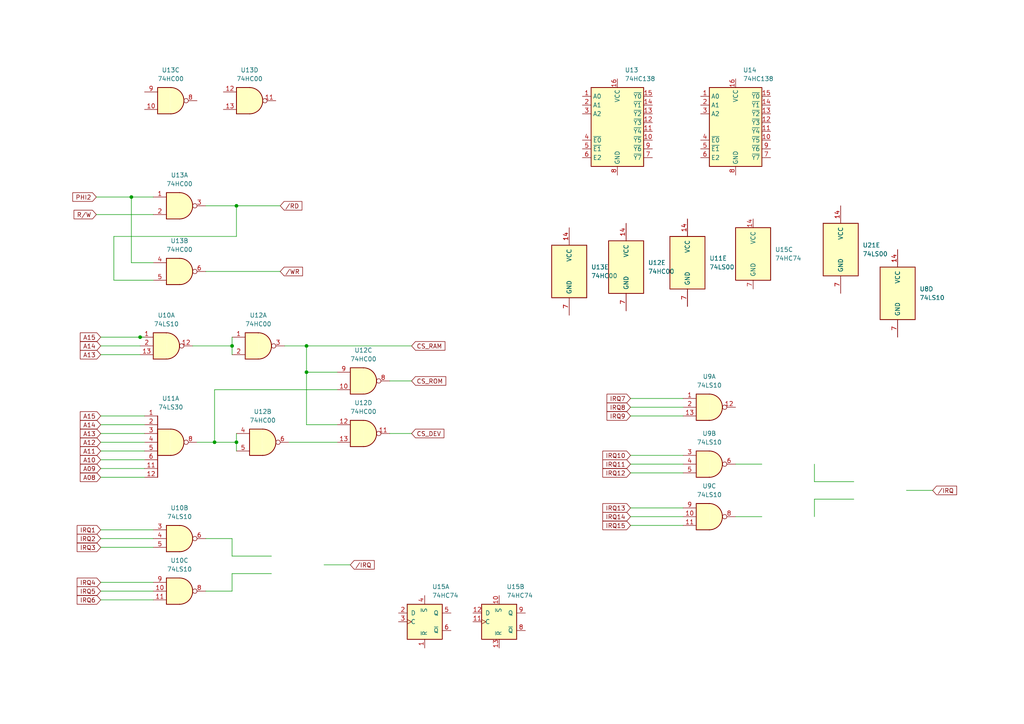
<source format=kicad_sch>
(kicad_sch
	(version 20250114)
	(generator "eeschema")
	(generator_version "9.0")
	(uuid "77fe9110-5fa4-43cd-81de-e0d85a1154ff")
	(paper "A4")
	(lib_symbols
		(symbol "74xx:74HC00"
			(pin_names
				(offset 1.016)
			)
			(exclude_from_sim no)
			(in_bom yes)
			(on_board yes)
			(property "Reference" "U"
				(at 0 1.27 0)
				(effects
					(font
						(size 1.27 1.27)
					)
				)
			)
			(property "Value" "74HC00"
				(at 0 -1.27 0)
				(effects
					(font
						(size 1.27 1.27)
					)
				)
			)
			(property "Footprint" ""
				(at 0 0 0)
				(effects
					(font
						(size 1.27 1.27)
					)
					(hide yes)
				)
			)
			(property "Datasheet" "http://www.ti.com/lit/gpn/sn74hc00"
				(at 0 0 0)
				(effects
					(font
						(size 1.27 1.27)
					)
					(hide yes)
				)
			)
			(property "Description" "quad 2-input NAND gate"
				(at 0 0 0)
				(effects
					(font
						(size 1.27 1.27)
					)
					(hide yes)
				)
			)
			(property "ki_locked" ""
				(at 0 0 0)
				(effects
					(font
						(size 1.27 1.27)
					)
				)
			)
			(property "ki_keywords" "HCMOS nand 2-input"
				(at 0 0 0)
				(effects
					(font
						(size 1.27 1.27)
					)
					(hide yes)
				)
			)
			(property "ki_fp_filters" "DIP*W7.62mm* SO14*"
				(at 0 0 0)
				(effects
					(font
						(size 1.27 1.27)
					)
					(hide yes)
				)
			)
			(symbol "74HC00_1_1"
				(arc
					(start 0 3.81)
					(mid 3.7934 0)
					(end 0 -3.81)
					(stroke
						(width 0.254)
						(type default)
					)
					(fill
						(type background)
					)
				)
				(polyline
					(pts
						(xy 0 3.81) (xy -3.81 3.81) (xy -3.81 -3.81) (xy 0 -3.81)
					)
					(stroke
						(width 0.254)
						(type default)
					)
					(fill
						(type background)
					)
				)
				(pin input line
					(at -7.62 2.54 0)
					(length 3.81)
					(name "~"
						(effects
							(font
								(size 1.27 1.27)
							)
						)
					)
					(number "1"
						(effects
							(font
								(size 1.27 1.27)
							)
						)
					)
				)
				(pin input line
					(at -7.62 -2.54 0)
					(length 3.81)
					(name "~"
						(effects
							(font
								(size 1.27 1.27)
							)
						)
					)
					(number "2"
						(effects
							(font
								(size 1.27 1.27)
							)
						)
					)
				)
				(pin output inverted
					(at 7.62 0 180)
					(length 3.81)
					(name "~"
						(effects
							(font
								(size 1.27 1.27)
							)
						)
					)
					(number "3"
						(effects
							(font
								(size 1.27 1.27)
							)
						)
					)
				)
			)
			(symbol "74HC00_1_2"
				(arc
					(start -3.81 3.81)
					(mid -2.589 0)
					(end -3.81 -3.81)
					(stroke
						(width 0.254)
						(type default)
					)
					(fill
						(type none)
					)
				)
				(polyline
					(pts
						(xy -3.81 3.81) (xy -0.635 3.81)
					)
					(stroke
						(width 0.254)
						(type default)
					)
					(fill
						(type background)
					)
				)
				(polyline
					(pts
						(xy -3.81 -3.81) (xy -0.635 -3.81)
					)
					(stroke
						(width 0.254)
						(type default)
					)
					(fill
						(type background)
					)
				)
				(arc
					(start 3.81 0)
					(mid 2.1855 -2.584)
					(end -0.6096 -3.81)
					(stroke
						(width 0.254)
						(type default)
					)
					(fill
						(type background)
					)
				)
				(arc
					(start -0.6096 3.81)
					(mid 2.1928 2.5924)
					(end 3.81 0)
					(stroke
						(width 0.254)
						(type default)
					)
					(fill
						(type background)
					)
				)
				(polyline
					(pts
						(xy -0.635 3.81) (xy -3.81 3.81) (xy -3.81 3.81) (xy -3.556 3.4036) (xy -3.0226 2.2606) (xy -2.6924 1.0414)
						(xy -2.6162 -0.254) (xy -2.7686 -1.4986) (xy -3.175 -2.7178) (xy -3.81 -3.81) (xy -3.81 -3.81)
						(xy -0.635 -3.81)
					)
					(stroke
						(width -25.4)
						(type default)
					)
					(fill
						(type background)
					)
				)
				(pin input inverted
					(at -7.62 2.54 0)
					(length 4.318)
					(name "~"
						(effects
							(font
								(size 1.27 1.27)
							)
						)
					)
					(number "1"
						(effects
							(font
								(size 1.27 1.27)
							)
						)
					)
				)
				(pin input inverted
					(at -7.62 -2.54 0)
					(length 4.318)
					(name "~"
						(effects
							(font
								(size 1.27 1.27)
							)
						)
					)
					(number "2"
						(effects
							(font
								(size 1.27 1.27)
							)
						)
					)
				)
				(pin output line
					(at 7.62 0 180)
					(length 3.81)
					(name "~"
						(effects
							(font
								(size 1.27 1.27)
							)
						)
					)
					(number "3"
						(effects
							(font
								(size 1.27 1.27)
							)
						)
					)
				)
			)
			(symbol "74HC00_2_1"
				(arc
					(start 0 3.81)
					(mid 3.7934 0)
					(end 0 -3.81)
					(stroke
						(width 0.254)
						(type default)
					)
					(fill
						(type background)
					)
				)
				(polyline
					(pts
						(xy 0 3.81) (xy -3.81 3.81) (xy -3.81 -3.81) (xy 0 -3.81)
					)
					(stroke
						(width 0.254)
						(type default)
					)
					(fill
						(type background)
					)
				)
				(pin input line
					(at -7.62 2.54 0)
					(length 3.81)
					(name "~"
						(effects
							(font
								(size 1.27 1.27)
							)
						)
					)
					(number "4"
						(effects
							(font
								(size 1.27 1.27)
							)
						)
					)
				)
				(pin input line
					(at -7.62 -2.54 0)
					(length 3.81)
					(name "~"
						(effects
							(font
								(size 1.27 1.27)
							)
						)
					)
					(number "5"
						(effects
							(font
								(size 1.27 1.27)
							)
						)
					)
				)
				(pin output inverted
					(at 7.62 0 180)
					(length 3.81)
					(name "~"
						(effects
							(font
								(size 1.27 1.27)
							)
						)
					)
					(number "6"
						(effects
							(font
								(size 1.27 1.27)
							)
						)
					)
				)
			)
			(symbol "74HC00_2_2"
				(arc
					(start -3.81 3.81)
					(mid -2.589 0)
					(end -3.81 -3.81)
					(stroke
						(width 0.254)
						(type default)
					)
					(fill
						(type none)
					)
				)
				(polyline
					(pts
						(xy -3.81 3.81) (xy -0.635 3.81)
					)
					(stroke
						(width 0.254)
						(type default)
					)
					(fill
						(type background)
					)
				)
				(polyline
					(pts
						(xy -3.81 -3.81) (xy -0.635 -3.81)
					)
					(stroke
						(width 0.254)
						(type default)
					)
					(fill
						(type background)
					)
				)
				(arc
					(start 3.81 0)
					(mid 2.1855 -2.584)
					(end -0.6096 -3.81)
					(stroke
						(width 0.254)
						(type default)
					)
					(fill
						(type background)
					)
				)
				(arc
					(start -0.6096 3.81)
					(mid 2.1928 2.5924)
					(end 3.81 0)
					(stroke
						(width 0.254)
						(type default)
					)
					(fill
						(type background)
					)
				)
				(polyline
					(pts
						(xy -0.635 3.81) (xy -3.81 3.81) (xy -3.81 3.81) (xy -3.556 3.4036) (xy -3.0226 2.2606) (xy -2.6924 1.0414)
						(xy -2.6162 -0.254) (xy -2.7686 -1.4986) (xy -3.175 -2.7178) (xy -3.81 -3.81) (xy -3.81 -3.81)
						(xy -0.635 -3.81)
					)
					(stroke
						(width -25.4)
						(type default)
					)
					(fill
						(type background)
					)
				)
				(pin input inverted
					(at -7.62 2.54 0)
					(length 4.318)
					(name "~"
						(effects
							(font
								(size 1.27 1.27)
							)
						)
					)
					(number "4"
						(effects
							(font
								(size 1.27 1.27)
							)
						)
					)
				)
				(pin input inverted
					(at -7.62 -2.54 0)
					(length 4.318)
					(name "~"
						(effects
							(font
								(size 1.27 1.27)
							)
						)
					)
					(number "5"
						(effects
							(font
								(size 1.27 1.27)
							)
						)
					)
				)
				(pin output line
					(at 7.62 0 180)
					(length 3.81)
					(name "~"
						(effects
							(font
								(size 1.27 1.27)
							)
						)
					)
					(number "6"
						(effects
							(font
								(size 1.27 1.27)
							)
						)
					)
				)
			)
			(symbol "74HC00_3_1"
				(arc
					(start 0 3.81)
					(mid 3.7934 0)
					(end 0 -3.81)
					(stroke
						(width 0.254)
						(type default)
					)
					(fill
						(type background)
					)
				)
				(polyline
					(pts
						(xy 0 3.81) (xy -3.81 3.81) (xy -3.81 -3.81) (xy 0 -3.81)
					)
					(stroke
						(width 0.254)
						(type default)
					)
					(fill
						(type background)
					)
				)
				(pin input line
					(at -7.62 2.54 0)
					(length 3.81)
					(name "~"
						(effects
							(font
								(size 1.27 1.27)
							)
						)
					)
					(number "9"
						(effects
							(font
								(size 1.27 1.27)
							)
						)
					)
				)
				(pin input line
					(at -7.62 -2.54 0)
					(length 3.81)
					(name "~"
						(effects
							(font
								(size 1.27 1.27)
							)
						)
					)
					(number "10"
						(effects
							(font
								(size 1.27 1.27)
							)
						)
					)
				)
				(pin output inverted
					(at 7.62 0 180)
					(length 3.81)
					(name "~"
						(effects
							(font
								(size 1.27 1.27)
							)
						)
					)
					(number "8"
						(effects
							(font
								(size 1.27 1.27)
							)
						)
					)
				)
			)
			(symbol "74HC00_3_2"
				(arc
					(start -3.81 3.81)
					(mid -2.589 0)
					(end -3.81 -3.81)
					(stroke
						(width 0.254)
						(type default)
					)
					(fill
						(type none)
					)
				)
				(polyline
					(pts
						(xy -3.81 3.81) (xy -0.635 3.81)
					)
					(stroke
						(width 0.254)
						(type default)
					)
					(fill
						(type background)
					)
				)
				(polyline
					(pts
						(xy -3.81 -3.81) (xy -0.635 -3.81)
					)
					(stroke
						(width 0.254)
						(type default)
					)
					(fill
						(type background)
					)
				)
				(arc
					(start 3.81 0)
					(mid 2.1855 -2.584)
					(end -0.6096 -3.81)
					(stroke
						(width 0.254)
						(type default)
					)
					(fill
						(type background)
					)
				)
				(arc
					(start -0.6096 3.81)
					(mid 2.1928 2.5924)
					(end 3.81 0)
					(stroke
						(width 0.254)
						(type default)
					)
					(fill
						(type background)
					)
				)
				(polyline
					(pts
						(xy -0.635 3.81) (xy -3.81 3.81) (xy -3.81 3.81) (xy -3.556 3.4036) (xy -3.0226 2.2606) (xy -2.6924 1.0414)
						(xy -2.6162 -0.254) (xy -2.7686 -1.4986) (xy -3.175 -2.7178) (xy -3.81 -3.81) (xy -3.81 -3.81)
						(xy -0.635 -3.81)
					)
					(stroke
						(width -25.4)
						(type default)
					)
					(fill
						(type background)
					)
				)
				(pin input inverted
					(at -7.62 2.54 0)
					(length 4.318)
					(name "~"
						(effects
							(font
								(size 1.27 1.27)
							)
						)
					)
					(number "9"
						(effects
							(font
								(size 1.27 1.27)
							)
						)
					)
				)
				(pin input inverted
					(at -7.62 -2.54 0)
					(length 4.318)
					(name "~"
						(effects
							(font
								(size 1.27 1.27)
							)
						)
					)
					(number "10"
						(effects
							(font
								(size 1.27 1.27)
							)
						)
					)
				)
				(pin output line
					(at 7.62 0 180)
					(length 3.81)
					(name "~"
						(effects
							(font
								(size 1.27 1.27)
							)
						)
					)
					(number "8"
						(effects
							(font
								(size 1.27 1.27)
							)
						)
					)
				)
			)
			(symbol "74HC00_4_1"
				(arc
					(start 0 3.81)
					(mid 3.7934 0)
					(end 0 -3.81)
					(stroke
						(width 0.254)
						(type default)
					)
					(fill
						(type background)
					)
				)
				(polyline
					(pts
						(xy 0 3.81) (xy -3.81 3.81) (xy -3.81 -3.81) (xy 0 -3.81)
					)
					(stroke
						(width 0.254)
						(type default)
					)
					(fill
						(type background)
					)
				)
				(pin input line
					(at -7.62 2.54 0)
					(length 3.81)
					(name "~"
						(effects
							(font
								(size 1.27 1.27)
							)
						)
					)
					(number "12"
						(effects
							(font
								(size 1.27 1.27)
							)
						)
					)
				)
				(pin input line
					(at -7.62 -2.54 0)
					(length 3.81)
					(name "~"
						(effects
							(font
								(size 1.27 1.27)
							)
						)
					)
					(number "13"
						(effects
							(font
								(size 1.27 1.27)
							)
						)
					)
				)
				(pin output inverted
					(at 7.62 0 180)
					(length 3.81)
					(name "~"
						(effects
							(font
								(size 1.27 1.27)
							)
						)
					)
					(number "11"
						(effects
							(font
								(size 1.27 1.27)
							)
						)
					)
				)
			)
			(symbol "74HC00_4_2"
				(arc
					(start -3.81 3.81)
					(mid -2.589 0)
					(end -3.81 -3.81)
					(stroke
						(width 0.254)
						(type default)
					)
					(fill
						(type none)
					)
				)
				(polyline
					(pts
						(xy -3.81 3.81) (xy -0.635 3.81)
					)
					(stroke
						(width 0.254)
						(type default)
					)
					(fill
						(type background)
					)
				)
				(polyline
					(pts
						(xy -3.81 -3.81) (xy -0.635 -3.81)
					)
					(stroke
						(width 0.254)
						(type default)
					)
					(fill
						(type background)
					)
				)
				(arc
					(start 3.81 0)
					(mid 2.1855 -2.584)
					(end -0.6096 -3.81)
					(stroke
						(width 0.254)
						(type default)
					)
					(fill
						(type background)
					)
				)
				(arc
					(start -0.6096 3.81)
					(mid 2.1928 2.5924)
					(end 3.81 0)
					(stroke
						(width 0.254)
						(type default)
					)
					(fill
						(type background)
					)
				)
				(polyline
					(pts
						(xy -0.635 3.81) (xy -3.81 3.81) (xy -3.81 3.81) (xy -3.556 3.4036) (xy -3.0226 2.2606) (xy -2.6924 1.0414)
						(xy -2.6162 -0.254) (xy -2.7686 -1.4986) (xy -3.175 -2.7178) (xy -3.81 -3.81) (xy -3.81 -3.81)
						(xy -0.635 -3.81)
					)
					(stroke
						(width -25.4)
						(type default)
					)
					(fill
						(type background)
					)
				)
				(pin input inverted
					(at -7.62 2.54 0)
					(length 4.318)
					(name "~"
						(effects
							(font
								(size 1.27 1.27)
							)
						)
					)
					(number "12"
						(effects
							(font
								(size 1.27 1.27)
							)
						)
					)
				)
				(pin input inverted
					(at -7.62 -2.54 0)
					(length 4.318)
					(name "~"
						(effects
							(font
								(size 1.27 1.27)
							)
						)
					)
					(number "13"
						(effects
							(font
								(size 1.27 1.27)
							)
						)
					)
				)
				(pin output line
					(at 7.62 0 180)
					(length 3.81)
					(name "~"
						(effects
							(font
								(size 1.27 1.27)
							)
						)
					)
					(number "11"
						(effects
							(font
								(size 1.27 1.27)
							)
						)
					)
				)
			)
			(symbol "74HC00_5_0"
				(pin power_in line
					(at 0 12.7 270)
					(length 5.08)
					(name "VCC"
						(effects
							(font
								(size 1.27 1.27)
							)
						)
					)
					(number "14"
						(effects
							(font
								(size 1.27 1.27)
							)
						)
					)
				)
				(pin power_in line
					(at 0 -12.7 90)
					(length 5.08)
					(name "GND"
						(effects
							(font
								(size 1.27 1.27)
							)
						)
					)
					(number "7"
						(effects
							(font
								(size 1.27 1.27)
							)
						)
					)
				)
			)
			(symbol "74HC00_5_1"
				(rectangle
					(start -5.08 7.62)
					(end 5.08 -7.62)
					(stroke
						(width 0.254)
						(type default)
					)
					(fill
						(type background)
					)
				)
			)
			(embedded_fonts no)
		)
		(symbol "74xx:74HC138"
			(exclude_from_sim no)
			(in_bom yes)
			(on_board yes)
			(property "Reference" "U"
				(at -7.62 13.97 0)
				(effects
					(font
						(size 1.27 1.27)
					)
					(justify left bottom)
				)
			)
			(property "Value" "74HC138"
				(at 2.54 -11.43 0)
				(effects
					(font
						(size 1.27 1.27)
					)
					(justify left top)
				)
			)
			(property "Footprint" ""
				(at 0 0 0)
				(effects
					(font
						(size 1.27 1.27)
					)
					(hide yes)
				)
			)
			(property "Datasheet" "http://www.ti.com/lit/ds/symlink/cd74hc238.pdf"
				(at 0 0 0)
				(effects
					(font
						(size 1.27 1.27)
					)
					(hide yes)
				)
			)
			(property "Description" "3-to-8 line decoder/multiplexer inverting, DIP-16/SOIC-16/SSOP-16"
				(at 0 0 0)
				(effects
					(font
						(size 1.27 1.27)
					)
					(hide yes)
				)
			)
			(property "ki_keywords" "demux"
				(at 0 0 0)
				(effects
					(font
						(size 1.27 1.27)
					)
					(hide yes)
				)
			)
			(property "ki_fp_filters" "DIP*W7.62mm* SOIC*3.9x9.9mm*P1.27mm* SSOP*5.3x6.2mm*P0.65mm*"
				(at 0 0 0)
				(effects
					(font
						(size 1.27 1.27)
					)
					(hide yes)
				)
			)
			(symbol "74HC138_0_1"
				(rectangle
					(start -7.62 12.7)
					(end 7.62 -10.16)
					(stroke
						(width 0.254)
						(type default)
					)
					(fill
						(type background)
					)
				)
			)
			(symbol "74HC138_1_1"
				(pin input line
					(at -10.16 10.16 0)
					(length 2.54)
					(name "A0"
						(effects
							(font
								(size 1.27 1.27)
							)
						)
					)
					(number "1"
						(effects
							(font
								(size 1.27 1.27)
							)
						)
					)
				)
				(pin input line
					(at -10.16 7.62 0)
					(length 2.54)
					(name "A1"
						(effects
							(font
								(size 1.27 1.27)
							)
						)
					)
					(number "2"
						(effects
							(font
								(size 1.27 1.27)
							)
						)
					)
				)
				(pin input line
					(at -10.16 5.08 0)
					(length 2.54)
					(name "A2"
						(effects
							(font
								(size 1.27 1.27)
							)
						)
					)
					(number "3"
						(effects
							(font
								(size 1.27 1.27)
							)
						)
					)
				)
				(pin input line
					(at -10.16 -2.54 0)
					(length 2.54)
					(name "~{E0}"
						(effects
							(font
								(size 1.27 1.27)
							)
						)
					)
					(number "4"
						(effects
							(font
								(size 1.27 1.27)
							)
						)
					)
				)
				(pin input line
					(at -10.16 -5.08 0)
					(length 2.54)
					(name "~{E1}"
						(effects
							(font
								(size 1.27 1.27)
							)
						)
					)
					(number "5"
						(effects
							(font
								(size 1.27 1.27)
							)
						)
					)
				)
				(pin input line
					(at -10.16 -7.62 0)
					(length 2.54)
					(name "E2"
						(effects
							(font
								(size 1.27 1.27)
							)
						)
					)
					(number "6"
						(effects
							(font
								(size 1.27 1.27)
							)
						)
					)
				)
				(pin power_in line
					(at 0 15.24 270)
					(length 2.54)
					(name "VCC"
						(effects
							(font
								(size 1.27 1.27)
							)
						)
					)
					(number "16"
						(effects
							(font
								(size 1.27 1.27)
							)
						)
					)
				)
				(pin power_in line
					(at 0 -12.7 90)
					(length 2.54)
					(name "GND"
						(effects
							(font
								(size 1.27 1.27)
							)
						)
					)
					(number "8"
						(effects
							(font
								(size 1.27 1.27)
							)
						)
					)
				)
				(pin output line
					(at 10.16 10.16 180)
					(length 2.54)
					(name "~{Y0}"
						(effects
							(font
								(size 1.27 1.27)
							)
						)
					)
					(number "15"
						(effects
							(font
								(size 1.27 1.27)
							)
						)
					)
				)
				(pin output line
					(at 10.16 7.62 180)
					(length 2.54)
					(name "~{Y1}"
						(effects
							(font
								(size 1.27 1.27)
							)
						)
					)
					(number "14"
						(effects
							(font
								(size 1.27 1.27)
							)
						)
					)
				)
				(pin output line
					(at 10.16 5.08 180)
					(length 2.54)
					(name "~{Y2}"
						(effects
							(font
								(size 1.27 1.27)
							)
						)
					)
					(number "13"
						(effects
							(font
								(size 1.27 1.27)
							)
						)
					)
				)
				(pin output line
					(at 10.16 2.54 180)
					(length 2.54)
					(name "~{Y3}"
						(effects
							(font
								(size 1.27 1.27)
							)
						)
					)
					(number "12"
						(effects
							(font
								(size 1.27 1.27)
							)
						)
					)
				)
				(pin output line
					(at 10.16 0 180)
					(length 2.54)
					(name "~{Y4}"
						(effects
							(font
								(size 1.27 1.27)
							)
						)
					)
					(number "11"
						(effects
							(font
								(size 1.27 1.27)
							)
						)
					)
				)
				(pin output line
					(at 10.16 -2.54 180)
					(length 2.54)
					(name "~{Y5}"
						(effects
							(font
								(size 1.27 1.27)
							)
						)
					)
					(number "10"
						(effects
							(font
								(size 1.27 1.27)
							)
						)
					)
				)
				(pin output line
					(at 10.16 -5.08 180)
					(length 2.54)
					(name "~{Y6}"
						(effects
							(font
								(size 1.27 1.27)
							)
						)
					)
					(number "9"
						(effects
							(font
								(size 1.27 1.27)
							)
						)
					)
				)
				(pin output line
					(at 10.16 -7.62 180)
					(length 2.54)
					(name "~{Y7}"
						(effects
							(font
								(size 1.27 1.27)
							)
						)
					)
					(number "7"
						(effects
							(font
								(size 1.27 1.27)
							)
						)
					)
				)
			)
			(embedded_fonts no)
		)
		(symbol "74xx:74HC74"
			(pin_names
				(offset 1.016)
			)
			(exclude_from_sim no)
			(in_bom yes)
			(on_board yes)
			(property "Reference" "U"
				(at -7.62 8.89 0)
				(effects
					(font
						(size 1.27 1.27)
					)
				)
			)
			(property "Value" "74HC74"
				(at -7.62 -8.89 0)
				(effects
					(font
						(size 1.27 1.27)
					)
				)
			)
			(property "Footprint" ""
				(at 0 0 0)
				(effects
					(font
						(size 1.27 1.27)
					)
					(hide yes)
				)
			)
			(property "Datasheet" "74xx/74hc_hct74.pdf"
				(at 0 0 0)
				(effects
					(font
						(size 1.27 1.27)
					)
					(hide yes)
				)
			)
			(property "Description" "Dual D Flip-flop, Set & Reset"
				(at 0 0 0)
				(effects
					(font
						(size 1.27 1.27)
					)
					(hide yes)
				)
			)
			(property "ki_locked" ""
				(at 0 0 0)
				(effects
					(font
						(size 1.27 1.27)
					)
				)
			)
			(property "ki_keywords" "TTL DFF"
				(at 0 0 0)
				(effects
					(font
						(size 1.27 1.27)
					)
					(hide yes)
				)
			)
			(property "ki_fp_filters" "DIP*W7.62mm*"
				(at 0 0 0)
				(effects
					(font
						(size 1.27 1.27)
					)
					(hide yes)
				)
			)
			(symbol "74HC74_1_0"
				(pin input line
					(at -7.62 2.54 0)
					(length 2.54)
					(name "D"
						(effects
							(font
								(size 1.27 1.27)
							)
						)
					)
					(number "2"
						(effects
							(font
								(size 1.27 1.27)
							)
						)
					)
				)
				(pin input clock
					(at -7.62 0 0)
					(length 2.54)
					(name "C"
						(effects
							(font
								(size 1.27 1.27)
							)
						)
					)
					(number "3"
						(effects
							(font
								(size 1.27 1.27)
							)
						)
					)
				)
				(pin input line
					(at 0 7.62 270)
					(length 2.54)
					(name "~{S}"
						(effects
							(font
								(size 1.27 1.27)
							)
						)
					)
					(number "4"
						(effects
							(font
								(size 1.27 1.27)
							)
						)
					)
				)
				(pin input line
					(at 0 -7.62 90)
					(length 2.54)
					(name "~{R}"
						(effects
							(font
								(size 1.27 1.27)
							)
						)
					)
					(number "1"
						(effects
							(font
								(size 1.27 1.27)
							)
						)
					)
				)
				(pin output line
					(at 7.62 2.54 180)
					(length 2.54)
					(name "Q"
						(effects
							(font
								(size 1.27 1.27)
							)
						)
					)
					(number "5"
						(effects
							(font
								(size 1.27 1.27)
							)
						)
					)
				)
				(pin output line
					(at 7.62 -2.54 180)
					(length 2.54)
					(name "~{Q}"
						(effects
							(font
								(size 1.27 1.27)
							)
						)
					)
					(number "6"
						(effects
							(font
								(size 1.27 1.27)
							)
						)
					)
				)
			)
			(symbol "74HC74_1_1"
				(rectangle
					(start -5.08 5.08)
					(end 5.08 -5.08)
					(stroke
						(width 0.254)
						(type default)
					)
					(fill
						(type background)
					)
				)
			)
			(symbol "74HC74_2_0"
				(pin input line
					(at -7.62 2.54 0)
					(length 2.54)
					(name "D"
						(effects
							(font
								(size 1.27 1.27)
							)
						)
					)
					(number "12"
						(effects
							(font
								(size 1.27 1.27)
							)
						)
					)
				)
				(pin input clock
					(at -7.62 0 0)
					(length 2.54)
					(name "C"
						(effects
							(font
								(size 1.27 1.27)
							)
						)
					)
					(number "11"
						(effects
							(font
								(size 1.27 1.27)
							)
						)
					)
				)
				(pin input line
					(at 0 7.62 270)
					(length 2.54)
					(name "~{S}"
						(effects
							(font
								(size 1.27 1.27)
							)
						)
					)
					(number "10"
						(effects
							(font
								(size 1.27 1.27)
							)
						)
					)
				)
				(pin input line
					(at 0 -7.62 90)
					(length 2.54)
					(name "~{R}"
						(effects
							(font
								(size 1.27 1.27)
							)
						)
					)
					(number "13"
						(effects
							(font
								(size 1.27 1.27)
							)
						)
					)
				)
				(pin output line
					(at 7.62 2.54 180)
					(length 2.54)
					(name "Q"
						(effects
							(font
								(size 1.27 1.27)
							)
						)
					)
					(number "9"
						(effects
							(font
								(size 1.27 1.27)
							)
						)
					)
				)
				(pin output line
					(at 7.62 -2.54 180)
					(length 2.54)
					(name "~{Q}"
						(effects
							(font
								(size 1.27 1.27)
							)
						)
					)
					(number "8"
						(effects
							(font
								(size 1.27 1.27)
							)
						)
					)
				)
			)
			(symbol "74HC74_2_1"
				(rectangle
					(start -5.08 5.08)
					(end 5.08 -5.08)
					(stroke
						(width 0.254)
						(type default)
					)
					(fill
						(type background)
					)
				)
			)
			(symbol "74HC74_3_0"
				(pin power_in line
					(at 0 10.16 270)
					(length 2.54)
					(name "VCC"
						(effects
							(font
								(size 1.27 1.27)
							)
						)
					)
					(number "14"
						(effects
							(font
								(size 1.27 1.27)
							)
						)
					)
				)
				(pin power_in line
					(at 0 -10.16 90)
					(length 2.54)
					(name "GND"
						(effects
							(font
								(size 1.27 1.27)
							)
						)
					)
					(number "7"
						(effects
							(font
								(size 1.27 1.27)
							)
						)
					)
				)
			)
			(symbol "74HC74_3_1"
				(rectangle
					(start -5.08 7.62)
					(end 5.08 -7.62)
					(stroke
						(width 0.254)
						(type default)
					)
					(fill
						(type background)
					)
				)
			)
			(embedded_fonts no)
		)
		(symbol "74xx:74LS00"
			(pin_names
				(offset 1.016)
			)
			(exclude_from_sim no)
			(in_bom yes)
			(on_board yes)
			(property "Reference" "U"
				(at 0 1.27 0)
				(effects
					(font
						(size 1.27 1.27)
					)
				)
			)
			(property "Value" "74LS00"
				(at 0 -1.27 0)
				(effects
					(font
						(size 1.27 1.27)
					)
				)
			)
			(property "Footprint" ""
				(at 0 0 0)
				(effects
					(font
						(size 1.27 1.27)
					)
					(hide yes)
				)
			)
			(property "Datasheet" "http://www.ti.com/lit/gpn/sn74ls00"
				(at 0 0 0)
				(effects
					(font
						(size 1.27 1.27)
					)
					(hide yes)
				)
			)
			(property "Description" "quad 2-input NAND gate"
				(at 0 0 0)
				(effects
					(font
						(size 1.27 1.27)
					)
					(hide yes)
				)
			)
			(property "ki_locked" ""
				(at 0 0 0)
				(effects
					(font
						(size 1.27 1.27)
					)
				)
			)
			(property "ki_keywords" "TTL nand 2-input"
				(at 0 0 0)
				(effects
					(font
						(size 1.27 1.27)
					)
					(hide yes)
				)
			)
			(property "ki_fp_filters" "DIP*W7.62mm* SO14*"
				(at 0 0 0)
				(effects
					(font
						(size 1.27 1.27)
					)
					(hide yes)
				)
			)
			(symbol "74LS00_1_1"
				(arc
					(start 0 3.81)
					(mid 3.7934 0)
					(end 0 -3.81)
					(stroke
						(width 0.254)
						(type default)
					)
					(fill
						(type background)
					)
				)
				(polyline
					(pts
						(xy 0 3.81) (xy -3.81 3.81) (xy -3.81 -3.81) (xy 0 -3.81)
					)
					(stroke
						(width 0.254)
						(type default)
					)
					(fill
						(type background)
					)
				)
				(pin input line
					(at -7.62 2.54 0)
					(length 3.81)
					(name "~"
						(effects
							(font
								(size 1.27 1.27)
							)
						)
					)
					(number "1"
						(effects
							(font
								(size 1.27 1.27)
							)
						)
					)
				)
				(pin input line
					(at -7.62 -2.54 0)
					(length 3.81)
					(name "~"
						(effects
							(font
								(size 1.27 1.27)
							)
						)
					)
					(number "2"
						(effects
							(font
								(size 1.27 1.27)
							)
						)
					)
				)
				(pin output inverted
					(at 7.62 0 180)
					(length 3.81)
					(name "~"
						(effects
							(font
								(size 1.27 1.27)
							)
						)
					)
					(number "3"
						(effects
							(font
								(size 1.27 1.27)
							)
						)
					)
				)
			)
			(symbol "74LS00_1_2"
				(arc
					(start -3.81 3.81)
					(mid -2.589 0)
					(end -3.81 -3.81)
					(stroke
						(width 0.254)
						(type default)
					)
					(fill
						(type none)
					)
				)
				(polyline
					(pts
						(xy -3.81 3.81) (xy -0.635 3.81)
					)
					(stroke
						(width 0.254)
						(type default)
					)
					(fill
						(type background)
					)
				)
				(polyline
					(pts
						(xy -3.81 -3.81) (xy -0.635 -3.81)
					)
					(stroke
						(width 0.254)
						(type default)
					)
					(fill
						(type background)
					)
				)
				(arc
					(start 3.81 0)
					(mid 2.1855 -2.584)
					(end -0.6096 -3.81)
					(stroke
						(width 0.254)
						(type default)
					)
					(fill
						(type background)
					)
				)
				(arc
					(start -0.6096 3.81)
					(mid 2.1928 2.5924)
					(end 3.81 0)
					(stroke
						(width 0.254)
						(type default)
					)
					(fill
						(type background)
					)
				)
				(polyline
					(pts
						(xy -0.635 3.81) (xy -3.81 3.81) (xy -3.81 3.81) (xy -3.556 3.4036) (xy -3.0226 2.2606) (xy -2.6924 1.0414)
						(xy -2.6162 -0.254) (xy -2.7686 -1.4986) (xy -3.175 -2.7178) (xy -3.81 -3.81) (xy -3.81 -3.81)
						(xy -0.635 -3.81)
					)
					(stroke
						(width -25.4)
						(type default)
					)
					(fill
						(type background)
					)
				)
				(pin input inverted
					(at -7.62 2.54 0)
					(length 4.318)
					(name "~"
						(effects
							(font
								(size 1.27 1.27)
							)
						)
					)
					(number "1"
						(effects
							(font
								(size 1.27 1.27)
							)
						)
					)
				)
				(pin input inverted
					(at -7.62 -2.54 0)
					(length 4.318)
					(name "~"
						(effects
							(font
								(size 1.27 1.27)
							)
						)
					)
					(number "2"
						(effects
							(font
								(size 1.27 1.27)
							)
						)
					)
				)
				(pin output line
					(at 7.62 0 180)
					(length 3.81)
					(name "~"
						(effects
							(font
								(size 1.27 1.27)
							)
						)
					)
					(number "3"
						(effects
							(font
								(size 1.27 1.27)
							)
						)
					)
				)
			)
			(symbol "74LS00_2_1"
				(arc
					(start 0 3.81)
					(mid 3.7934 0)
					(end 0 -3.81)
					(stroke
						(width 0.254)
						(type default)
					)
					(fill
						(type background)
					)
				)
				(polyline
					(pts
						(xy 0 3.81) (xy -3.81 3.81) (xy -3.81 -3.81) (xy 0 -3.81)
					)
					(stroke
						(width 0.254)
						(type default)
					)
					(fill
						(type background)
					)
				)
				(pin input line
					(at -7.62 2.54 0)
					(length 3.81)
					(name "~"
						(effects
							(font
								(size 1.27 1.27)
							)
						)
					)
					(number "4"
						(effects
							(font
								(size 1.27 1.27)
							)
						)
					)
				)
				(pin input line
					(at -7.62 -2.54 0)
					(length 3.81)
					(name "~"
						(effects
							(font
								(size 1.27 1.27)
							)
						)
					)
					(number "5"
						(effects
							(font
								(size 1.27 1.27)
							)
						)
					)
				)
				(pin output inverted
					(at 7.62 0 180)
					(length 3.81)
					(name "~"
						(effects
							(font
								(size 1.27 1.27)
							)
						)
					)
					(number "6"
						(effects
							(font
								(size 1.27 1.27)
							)
						)
					)
				)
			)
			(symbol "74LS00_2_2"
				(arc
					(start -3.81 3.81)
					(mid -2.589 0)
					(end -3.81 -3.81)
					(stroke
						(width 0.254)
						(type default)
					)
					(fill
						(type none)
					)
				)
				(polyline
					(pts
						(xy -3.81 3.81) (xy -0.635 3.81)
					)
					(stroke
						(width 0.254)
						(type default)
					)
					(fill
						(type background)
					)
				)
				(polyline
					(pts
						(xy -3.81 -3.81) (xy -0.635 -3.81)
					)
					(stroke
						(width 0.254)
						(type default)
					)
					(fill
						(type background)
					)
				)
				(arc
					(start 3.81 0)
					(mid 2.1855 -2.584)
					(end -0.6096 -3.81)
					(stroke
						(width 0.254)
						(type default)
					)
					(fill
						(type background)
					)
				)
				(arc
					(start -0.6096 3.81)
					(mid 2.1928 2.5924)
					(end 3.81 0)
					(stroke
						(width 0.254)
						(type default)
					)
					(fill
						(type background)
					)
				)
				(polyline
					(pts
						(xy -0.635 3.81) (xy -3.81 3.81) (xy -3.81 3.81) (xy -3.556 3.4036) (xy -3.0226 2.2606) (xy -2.6924 1.0414)
						(xy -2.6162 -0.254) (xy -2.7686 -1.4986) (xy -3.175 -2.7178) (xy -3.81 -3.81) (xy -3.81 -3.81)
						(xy -0.635 -3.81)
					)
					(stroke
						(width -25.4)
						(type default)
					)
					(fill
						(type background)
					)
				)
				(pin input inverted
					(at -7.62 2.54 0)
					(length 4.318)
					(name "~"
						(effects
							(font
								(size 1.27 1.27)
							)
						)
					)
					(number "4"
						(effects
							(font
								(size 1.27 1.27)
							)
						)
					)
				)
				(pin input inverted
					(at -7.62 -2.54 0)
					(length 4.318)
					(name "~"
						(effects
							(font
								(size 1.27 1.27)
							)
						)
					)
					(number "5"
						(effects
							(font
								(size 1.27 1.27)
							)
						)
					)
				)
				(pin output line
					(at 7.62 0 180)
					(length 3.81)
					(name "~"
						(effects
							(font
								(size 1.27 1.27)
							)
						)
					)
					(number "6"
						(effects
							(font
								(size 1.27 1.27)
							)
						)
					)
				)
			)
			(symbol "74LS00_3_1"
				(arc
					(start 0 3.81)
					(mid 3.7934 0)
					(end 0 -3.81)
					(stroke
						(width 0.254)
						(type default)
					)
					(fill
						(type background)
					)
				)
				(polyline
					(pts
						(xy 0 3.81) (xy -3.81 3.81) (xy -3.81 -3.81) (xy 0 -3.81)
					)
					(stroke
						(width 0.254)
						(type default)
					)
					(fill
						(type background)
					)
				)
				(pin input line
					(at -7.62 2.54 0)
					(length 3.81)
					(name "~"
						(effects
							(font
								(size 1.27 1.27)
							)
						)
					)
					(number "9"
						(effects
							(font
								(size 1.27 1.27)
							)
						)
					)
				)
				(pin input line
					(at -7.62 -2.54 0)
					(length 3.81)
					(name "~"
						(effects
							(font
								(size 1.27 1.27)
							)
						)
					)
					(number "10"
						(effects
							(font
								(size 1.27 1.27)
							)
						)
					)
				)
				(pin output inverted
					(at 7.62 0 180)
					(length 3.81)
					(name "~"
						(effects
							(font
								(size 1.27 1.27)
							)
						)
					)
					(number "8"
						(effects
							(font
								(size 1.27 1.27)
							)
						)
					)
				)
			)
			(symbol "74LS00_3_2"
				(arc
					(start -3.81 3.81)
					(mid -2.589 0)
					(end -3.81 -3.81)
					(stroke
						(width 0.254)
						(type default)
					)
					(fill
						(type none)
					)
				)
				(polyline
					(pts
						(xy -3.81 3.81) (xy -0.635 3.81)
					)
					(stroke
						(width 0.254)
						(type default)
					)
					(fill
						(type background)
					)
				)
				(polyline
					(pts
						(xy -3.81 -3.81) (xy -0.635 -3.81)
					)
					(stroke
						(width 0.254)
						(type default)
					)
					(fill
						(type background)
					)
				)
				(arc
					(start 3.81 0)
					(mid 2.1855 -2.584)
					(end -0.6096 -3.81)
					(stroke
						(width 0.254)
						(type default)
					)
					(fill
						(type background)
					)
				)
				(arc
					(start -0.6096 3.81)
					(mid 2.1928 2.5924)
					(end 3.81 0)
					(stroke
						(width 0.254)
						(type default)
					)
					(fill
						(type background)
					)
				)
				(polyline
					(pts
						(xy -0.635 3.81) (xy -3.81 3.81) (xy -3.81 3.81) (xy -3.556 3.4036) (xy -3.0226 2.2606) (xy -2.6924 1.0414)
						(xy -2.6162 -0.254) (xy -2.7686 -1.4986) (xy -3.175 -2.7178) (xy -3.81 -3.81) (xy -3.81 -3.81)
						(xy -0.635 -3.81)
					)
					(stroke
						(width -25.4)
						(type default)
					)
					(fill
						(type background)
					)
				)
				(pin input inverted
					(at -7.62 2.54 0)
					(length 4.318)
					(name "~"
						(effects
							(font
								(size 1.27 1.27)
							)
						)
					)
					(number "9"
						(effects
							(font
								(size 1.27 1.27)
							)
						)
					)
				)
				(pin input inverted
					(at -7.62 -2.54 0)
					(length 4.318)
					(name "~"
						(effects
							(font
								(size 1.27 1.27)
							)
						)
					)
					(number "10"
						(effects
							(font
								(size 1.27 1.27)
							)
						)
					)
				)
				(pin output line
					(at 7.62 0 180)
					(length 3.81)
					(name "~"
						(effects
							(font
								(size 1.27 1.27)
							)
						)
					)
					(number "8"
						(effects
							(font
								(size 1.27 1.27)
							)
						)
					)
				)
			)
			(symbol "74LS00_4_1"
				(arc
					(start 0 3.81)
					(mid 3.7934 0)
					(end 0 -3.81)
					(stroke
						(width 0.254)
						(type default)
					)
					(fill
						(type background)
					)
				)
				(polyline
					(pts
						(xy 0 3.81) (xy -3.81 3.81) (xy -3.81 -3.81) (xy 0 -3.81)
					)
					(stroke
						(width 0.254)
						(type default)
					)
					(fill
						(type background)
					)
				)
				(pin input line
					(at -7.62 2.54 0)
					(length 3.81)
					(name "~"
						(effects
							(font
								(size 1.27 1.27)
							)
						)
					)
					(number "12"
						(effects
							(font
								(size 1.27 1.27)
							)
						)
					)
				)
				(pin input line
					(at -7.62 -2.54 0)
					(length 3.81)
					(name "~"
						(effects
							(font
								(size 1.27 1.27)
							)
						)
					)
					(number "13"
						(effects
							(font
								(size 1.27 1.27)
							)
						)
					)
				)
				(pin output inverted
					(at 7.62 0 180)
					(length 3.81)
					(name "~"
						(effects
							(font
								(size 1.27 1.27)
							)
						)
					)
					(number "11"
						(effects
							(font
								(size 1.27 1.27)
							)
						)
					)
				)
			)
			(symbol "74LS00_4_2"
				(arc
					(start -3.81 3.81)
					(mid -2.589 0)
					(end -3.81 -3.81)
					(stroke
						(width 0.254)
						(type default)
					)
					(fill
						(type none)
					)
				)
				(polyline
					(pts
						(xy -3.81 3.81) (xy -0.635 3.81)
					)
					(stroke
						(width 0.254)
						(type default)
					)
					(fill
						(type background)
					)
				)
				(polyline
					(pts
						(xy -3.81 -3.81) (xy -0.635 -3.81)
					)
					(stroke
						(width 0.254)
						(type default)
					)
					(fill
						(type background)
					)
				)
				(arc
					(start 3.81 0)
					(mid 2.1855 -2.584)
					(end -0.6096 -3.81)
					(stroke
						(width 0.254)
						(type default)
					)
					(fill
						(type background)
					)
				)
				(arc
					(start -0.6096 3.81)
					(mid 2.1928 2.5924)
					(end 3.81 0)
					(stroke
						(width 0.254)
						(type default)
					)
					(fill
						(type background)
					)
				)
				(polyline
					(pts
						(xy -0.635 3.81) (xy -3.81 3.81) (xy -3.81 3.81) (xy -3.556 3.4036) (xy -3.0226 2.2606) (xy -2.6924 1.0414)
						(xy -2.6162 -0.254) (xy -2.7686 -1.4986) (xy -3.175 -2.7178) (xy -3.81 -3.81) (xy -3.81 -3.81)
						(xy -0.635 -3.81)
					)
					(stroke
						(width -25.4)
						(type default)
					)
					(fill
						(type background)
					)
				)
				(pin input inverted
					(at -7.62 2.54 0)
					(length 4.318)
					(name "~"
						(effects
							(font
								(size 1.27 1.27)
							)
						)
					)
					(number "12"
						(effects
							(font
								(size 1.27 1.27)
							)
						)
					)
				)
				(pin input inverted
					(at -7.62 -2.54 0)
					(length 4.318)
					(name "~"
						(effects
							(font
								(size 1.27 1.27)
							)
						)
					)
					(number "13"
						(effects
							(font
								(size 1.27 1.27)
							)
						)
					)
				)
				(pin output line
					(at 7.62 0 180)
					(length 3.81)
					(name "~"
						(effects
							(font
								(size 1.27 1.27)
							)
						)
					)
					(number "11"
						(effects
							(font
								(size 1.27 1.27)
							)
						)
					)
				)
			)
			(symbol "74LS00_5_0"
				(pin power_in line
					(at 0 12.7 270)
					(length 5.08)
					(name "VCC"
						(effects
							(font
								(size 1.27 1.27)
							)
						)
					)
					(number "14"
						(effects
							(font
								(size 1.27 1.27)
							)
						)
					)
				)
				(pin power_in line
					(at 0 -12.7 90)
					(length 5.08)
					(name "GND"
						(effects
							(font
								(size 1.27 1.27)
							)
						)
					)
					(number "7"
						(effects
							(font
								(size 1.27 1.27)
							)
						)
					)
				)
			)
			(symbol "74LS00_5_1"
				(rectangle
					(start -5.08 7.62)
					(end 5.08 -7.62)
					(stroke
						(width 0.254)
						(type default)
					)
					(fill
						(type background)
					)
				)
			)
			(embedded_fonts no)
		)
		(symbol "74xx:74LS10"
			(pin_names
				(offset 1.016)
			)
			(exclude_from_sim no)
			(in_bom yes)
			(on_board yes)
			(property "Reference" "U"
				(at 0 1.27 0)
				(effects
					(font
						(size 1.27 1.27)
					)
				)
			)
			(property "Value" "74LS10"
				(at 0 -1.27 0)
				(effects
					(font
						(size 1.27 1.27)
					)
				)
			)
			(property "Footprint" ""
				(at 0 0 0)
				(effects
					(font
						(size 1.27 1.27)
					)
					(hide yes)
				)
			)
			(property "Datasheet" "http://www.ti.com/lit/gpn/sn74LS10"
				(at 0 0 0)
				(effects
					(font
						(size 1.27 1.27)
					)
					(hide yes)
				)
			)
			(property "Description" "Triple 3-input NAND"
				(at 0 0 0)
				(effects
					(font
						(size 1.27 1.27)
					)
					(hide yes)
				)
			)
			(property "ki_locked" ""
				(at 0 0 0)
				(effects
					(font
						(size 1.27 1.27)
					)
				)
			)
			(property "ki_keywords" "TTL Nand3"
				(at 0 0 0)
				(effects
					(font
						(size 1.27 1.27)
					)
					(hide yes)
				)
			)
			(property "ki_fp_filters" "DIP*W7.62mm*"
				(at 0 0 0)
				(effects
					(font
						(size 1.27 1.27)
					)
					(hide yes)
				)
			)
			(symbol "74LS10_1_1"
				(arc
					(start 0 3.81)
					(mid 3.7934 0)
					(end 0 -3.81)
					(stroke
						(width 0.254)
						(type default)
					)
					(fill
						(type background)
					)
				)
				(polyline
					(pts
						(xy 0 3.81) (xy -3.81 3.81) (xy -3.81 -3.81) (xy 0 -3.81)
					)
					(stroke
						(width 0.254)
						(type default)
					)
					(fill
						(type background)
					)
				)
				(pin input line
					(at -7.62 2.54 0)
					(length 3.81)
					(name "~"
						(effects
							(font
								(size 1.27 1.27)
							)
						)
					)
					(number "1"
						(effects
							(font
								(size 1.27 1.27)
							)
						)
					)
				)
				(pin input line
					(at -7.62 0 0)
					(length 3.81)
					(name "~"
						(effects
							(font
								(size 1.27 1.27)
							)
						)
					)
					(number "2"
						(effects
							(font
								(size 1.27 1.27)
							)
						)
					)
				)
				(pin input line
					(at -7.62 -2.54 0)
					(length 3.81)
					(name "~"
						(effects
							(font
								(size 1.27 1.27)
							)
						)
					)
					(number "13"
						(effects
							(font
								(size 1.27 1.27)
							)
						)
					)
				)
				(pin output inverted
					(at 7.62 0 180)
					(length 3.81)
					(name "~"
						(effects
							(font
								(size 1.27 1.27)
							)
						)
					)
					(number "12"
						(effects
							(font
								(size 1.27 1.27)
							)
						)
					)
				)
			)
			(symbol "74LS10_1_2"
				(arc
					(start -3.81 3.81)
					(mid -2.589 0)
					(end -3.81 -3.81)
					(stroke
						(width 0.254)
						(type default)
					)
					(fill
						(type none)
					)
				)
				(polyline
					(pts
						(xy -3.81 3.81) (xy -0.635 3.81)
					)
					(stroke
						(width 0.254)
						(type default)
					)
					(fill
						(type background)
					)
				)
				(polyline
					(pts
						(xy -3.81 -3.81) (xy -0.635 -3.81)
					)
					(stroke
						(width 0.254)
						(type default)
					)
					(fill
						(type background)
					)
				)
				(arc
					(start 3.81 0)
					(mid 2.1855 -2.584)
					(end -0.6096 -3.81)
					(stroke
						(width 0.254)
						(type default)
					)
					(fill
						(type background)
					)
				)
				(arc
					(start -0.6096 3.81)
					(mid 2.1928 2.5924)
					(end 3.81 0)
					(stroke
						(width 0.254)
						(type default)
					)
					(fill
						(type background)
					)
				)
				(polyline
					(pts
						(xy -0.635 3.81) (xy -3.81 3.81) (xy -3.81 3.81) (xy -3.556 3.4036) (xy -3.0226 2.2606) (xy -2.6924 1.0414)
						(xy -2.6162 -0.254) (xy -2.7686 -1.4986) (xy -3.175 -2.7178) (xy -3.81 -3.81) (xy -3.81 -3.81)
						(xy -0.635 -3.81)
					)
					(stroke
						(width -25.4)
						(type default)
					)
					(fill
						(type background)
					)
				)
				(pin input inverted
					(at -7.62 2.54 0)
					(length 4.318)
					(name "~"
						(effects
							(font
								(size 1.27 1.27)
							)
						)
					)
					(number "1"
						(effects
							(font
								(size 1.27 1.27)
							)
						)
					)
				)
				(pin input inverted
					(at -7.62 0 0)
					(length 4.953)
					(name "~"
						(effects
							(font
								(size 1.27 1.27)
							)
						)
					)
					(number "2"
						(effects
							(font
								(size 1.27 1.27)
							)
						)
					)
				)
				(pin input inverted
					(at -7.62 -2.54 0)
					(length 4.318)
					(name "~"
						(effects
							(font
								(size 1.27 1.27)
							)
						)
					)
					(number "13"
						(effects
							(font
								(size 1.27 1.27)
							)
						)
					)
				)
				(pin output line
					(at 7.62 0 180)
					(length 3.81)
					(name "~"
						(effects
							(font
								(size 1.27 1.27)
							)
						)
					)
					(number "12"
						(effects
							(font
								(size 1.27 1.27)
							)
						)
					)
				)
			)
			(symbol "74LS10_2_1"
				(arc
					(start 0 3.81)
					(mid 3.7934 0)
					(end 0 -3.81)
					(stroke
						(width 0.254)
						(type default)
					)
					(fill
						(type background)
					)
				)
				(polyline
					(pts
						(xy 0 3.81) (xy -3.81 3.81) (xy -3.81 -3.81) (xy 0 -3.81)
					)
					(stroke
						(width 0.254)
						(type default)
					)
					(fill
						(type background)
					)
				)
				(pin input line
					(at -7.62 2.54 0)
					(length 3.81)
					(name "~"
						(effects
							(font
								(size 1.27 1.27)
							)
						)
					)
					(number "3"
						(effects
							(font
								(size 1.27 1.27)
							)
						)
					)
				)
				(pin input line
					(at -7.62 0 0)
					(length 3.81)
					(name "~"
						(effects
							(font
								(size 1.27 1.27)
							)
						)
					)
					(number "4"
						(effects
							(font
								(size 1.27 1.27)
							)
						)
					)
				)
				(pin input line
					(at -7.62 -2.54 0)
					(length 3.81)
					(name "~"
						(effects
							(font
								(size 1.27 1.27)
							)
						)
					)
					(number "5"
						(effects
							(font
								(size 1.27 1.27)
							)
						)
					)
				)
				(pin output inverted
					(at 7.62 0 180)
					(length 3.81)
					(name "~"
						(effects
							(font
								(size 1.27 1.27)
							)
						)
					)
					(number "6"
						(effects
							(font
								(size 1.27 1.27)
							)
						)
					)
				)
			)
			(symbol "74LS10_2_2"
				(arc
					(start -3.81 3.81)
					(mid -2.589 0)
					(end -3.81 -3.81)
					(stroke
						(width 0.254)
						(type default)
					)
					(fill
						(type none)
					)
				)
				(polyline
					(pts
						(xy -3.81 3.81) (xy -0.635 3.81)
					)
					(stroke
						(width 0.254)
						(type default)
					)
					(fill
						(type background)
					)
				)
				(polyline
					(pts
						(xy -3.81 -3.81) (xy -0.635 -3.81)
					)
					(stroke
						(width 0.254)
						(type default)
					)
					(fill
						(type background)
					)
				)
				(arc
					(start 3.81 0)
					(mid 2.1855 -2.584)
					(end -0.6096 -3.81)
					(stroke
						(width 0.254)
						(type default)
					)
					(fill
						(type background)
					)
				)
				(arc
					(start -0.6096 3.81)
					(mid 2.1928 2.5924)
					(end 3.81 0)
					(stroke
						(width 0.254)
						(type default)
					)
					(fill
						(type background)
					)
				)
				(polyline
					(pts
						(xy -0.635 3.81) (xy -3.81 3.81) (xy -3.81 3.81) (xy -3.556 3.4036) (xy -3.0226 2.2606) (xy -2.6924 1.0414)
						(xy -2.6162 -0.254) (xy -2.7686 -1.4986) (xy -3.175 -2.7178) (xy -3.81 -3.81) (xy -3.81 -3.81)
						(xy -0.635 -3.81)
					)
					(stroke
						(width -25.4)
						(type default)
					)
					(fill
						(type background)
					)
				)
				(pin input inverted
					(at -7.62 2.54 0)
					(length 4.318)
					(name "~"
						(effects
							(font
								(size 1.27 1.27)
							)
						)
					)
					(number "3"
						(effects
							(font
								(size 1.27 1.27)
							)
						)
					)
				)
				(pin input inverted
					(at -7.62 0 0)
					(length 4.953)
					(name "~"
						(effects
							(font
								(size 1.27 1.27)
							)
						)
					)
					(number "4"
						(effects
							(font
								(size 1.27 1.27)
							)
						)
					)
				)
				(pin input inverted
					(at -7.62 -2.54 0)
					(length 4.318)
					(name "~"
						(effects
							(font
								(size 1.27 1.27)
							)
						)
					)
					(number "5"
						(effects
							(font
								(size 1.27 1.27)
							)
						)
					)
				)
				(pin output line
					(at 7.62 0 180)
					(length 3.81)
					(name "~"
						(effects
							(font
								(size 1.27 1.27)
							)
						)
					)
					(number "6"
						(effects
							(font
								(size 1.27 1.27)
							)
						)
					)
				)
			)
			(symbol "74LS10_3_1"
				(arc
					(start 0 3.81)
					(mid 3.7934 0)
					(end 0 -3.81)
					(stroke
						(width 0.254)
						(type default)
					)
					(fill
						(type background)
					)
				)
				(polyline
					(pts
						(xy 0 3.81) (xy -3.81 3.81) (xy -3.81 -3.81) (xy 0 -3.81)
					)
					(stroke
						(width 0.254)
						(type default)
					)
					(fill
						(type background)
					)
				)
				(pin input line
					(at -7.62 2.54 0)
					(length 3.81)
					(name "~"
						(effects
							(font
								(size 1.27 1.27)
							)
						)
					)
					(number "9"
						(effects
							(font
								(size 1.27 1.27)
							)
						)
					)
				)
				(pin input line
					(at -7.62 0 0)
					(length 3.81)
					(name "~"
						(effects
							(font
								(size 1.27 1.27)
							)
						)
					)
					(number "10"
						(effects
							(font
								(size 1.27 1.27)
							)
						)
					)
				)
				(pin input line
					(at -7.62 -2.54 0)
					(length 3.81)
					(name "~"
						(effects
							(font
								(size 1.27 1.27)
							)
						)
					)
					(number "11"
						(effects
							(font
								(size 1.27 1.27)
							)
						)
					)
				)
				(pin output inverted
					(at 7.62 0 180)
					(length 3.81)
					(name "~"
						(effects
							(font
								(size 1.27 1.27)
							)
						)
					)
					(number "8"
						(effects
							(font
								(size 1.27 1.27)
							)
						)
					)
				)
			)
			(symbol "74LS10_3_2"
				(arc
					(start -3.81 3.81)
					(mid -2.589 0)
					(end -3.81 -3.81)
					(stroke
						(width 0.254)
						(type default)
					)
					(fill
						(type none)
					)
				)
				(polyline
					(pts
						(xy -3.81 3.81) (xy -0.635 3.81)
					)
					(stroke
						(width 0.254)
						(type default)
					)
					(fill
						(type background)
					)
				)
				(polyline
					(pts
						(xy -3.81 -3.81) (xy -0.635 -3.81)
					)
					(stroke
						(width 0.254)
						(type default)
					)
					(fill
						(type background)
					)
				)
				(arc
					(start 3.81 0)
					(mid 2.1855 -2.584)
					(end -0.6096 -3.81)
					(stroke
						(width 0.254)
						(type default)
					)
					(fill
						(type background)
					)
				)
				(arc
					(start -0.6096 3.81)
					(mid 2.1928 2.5924)
					(end 3.81 0)
					(stroke
						(width 0.254)
						(type default)
					)
					(fill
						(type background)
					)
				)
				(polyline
					(pts
						(xy -0.635 3.81) (xy -3.81 3.81) (xy -3.81 3.81) (xy -3.556 3.4036) (xy -3.0226 2.2606) (xy -2.6924 1.0414)
						(xy -2.6162 -0.254) (xy -2.7686 -1.4986) (xy -3.175 -2.7178) (xy -3.81 -3.81) (xy -3.81 -3.81)
						(xy -0.635 -3.81)
					)
					(stroke
						(width -25.4)
						(type default)
					)
					(fill
						(type background)
					)
				)
				(pin input inverted
					(at -7.62 2.54 0)
					(length 4.318)
					(name "~"
						(effects
							(font
								(size 1.27 1.27)
							)
						)
					)
					(number "9"
						(effects
							(font
								(size 1.27 1.27)
							)
						)
					)
				)
				(pin input inverted
					(at -7.62 0 0)
					(length 4.953)
					(name "~"
						(effects
							(font
								(size 1.27 1.27)
							)
						)
					)
					(number "10"
						(effects
							(font
								(size 1.27 1.27)
							)
						)
					)
				)
				(pin input inverted
					(at -7.62 -2.54 0)
					(length 4.318)
					(name "~"
						(effects
							(font
								(size 1.27 1.27)
							)
						)
					)
					(number "11"
						(effects
							(font
								(size 1.27 1.27)
							)
						)
					)
				)
				(pin output line
					(at 7.62 0 180)
					(length 3.81)
					(name "~"
						(effects
							(font
								(size 1.27 1.27)
							)
						)
					)
					(number "8"
						(effects
							(font
								(size 1.27 1.27)
							)
						)
					)
				)
			)
			(symbol "74LS10_4_0"
				(pin power_in line
					(at 0 12.7 270)
					(length 5.08)
					(name "VCC"
						(effects
							(font
								(size 1.27 1.27)
							)
						)
					)
					(number "14"
						(effects
							(font
								(size 1.27 1.27)
							)
						)
					)
				)
				(pin power_in line
					(at 0 -12.7 90)
					(length 5.08)
					(name "GND"
						(effects
							(font
								(size 1.27 1.27)
							)
						)
					)
					(number "7"
						(effects
							(font
								(size 1.27 1.27)
							)
						)
					)
				)
			)
			(symbol "74LS10_4_1"
				(rectangle
					(start -5.08 7.62)
					(end 5.08 -7.62)
					(stroke
						(width 0.254)
						(type default)
					)
					(fill
						(type background)
					)
				)
			)
			(embedded_fonts no)
		)
		(symbol "74xx:74LS30"
			(pin_names
				(offset 1.016)
			)
			(exclude_from_sim no)
			(in_bom yes)
			(on_board yes)
			(property "Reference" "U"
				(at 0 1.27 0)
				(effects
					(font
						(size 1.27 1.27)
					)
				)
			)
			(property "Value" "74LS30"
				(at 0 -1.27 0)
				(effects
					(font
						(size 1.27 1.27)
					)
				)
			)
			(property "Footprint" ""
				(at 0 0 0)
				(effects
					(font
						(size 1.27 1.27)
					)
					(hide yes)
				)
			)
			(property "Datasheet" "http://www.ti.com/lit/gpn/sn74LS30"
				(at 0 0 0)
				(effects
					(font
						(size 1.27 1.27)
					)
					(hide yes)
				)
			)
			(property "Description" "8-input NAND"
				(at 0 0 0)
				(effects
					(font
						(size 1.27 1.27)
					)
					(hide yes)
				)
			)
			(property "ki_locked" ""
				(at 0 0 0)
				(effects
					(font
						(size 1.27 1.27)
					)
				)
			)
			(property "ki_keywords" "TTL Nand8"
				(at 0 0 0)
				(effects
					(font
						(size 1.27 1.27)
					)
					(hide yes)
				)
			)
			(property "ki_fp_filters" "DIP*W7.62mm*"
				(at 0 0 0)
				(effects
					(font
						(size 1.27 1.27)
					)
					(hide yes)
				)
			)
			(symbol "74LS30_1_1"
				(polyline
					(pts
						(xy -3.81 7.62) (xy -3.81 -10.16)
					)
					(stroke
						(width 0.254)
						(type default)
					)
					(fill
						(type none)
					)
				)
				(arc
					(start 0 3.81)
					(mid 3.7934 0)
					(end 0 -3.81)
					(stroke
						(width 0.254)
						(type default)
					)
					(fill
						(type background)
					)
				)
				(polyline
					(pts
						(xy 0 3.81) (xy -3.81 3.81) (xy -3.81 -3.81) (xy 0 -3.81)
					)
					(stroke
						(width 0.254)
						(type default)
					)
					(fill
						(type background)
					)
				)
				(pin input line
					(at -7.62 7.62 0)
					(length 3.81)
					(name "~"
						(effects
							(font
								(size 1.27 1.27)
							)
						)
					)
					(number "1"
						(effects
							(font
								(size 1.27 1.27)
							)
						)
					)
				)
				(pin input line
					(at -7.62 5.08 0)
					(length 3.81)
					(name "~"
						(effects
							(font
								(size 1.27 1.27)
							)
						)
					)
					(number "2"
						(effects
							(font
								(size 1.27 1.27)
							)
						)
					)
				)
				(pin input line
					(at -7.62 2.54 0)
					(length 3.81)
					(name "~"
						(effects
							(font
								(size 1.27 1.27)
							)
						)
					)
					(number "3"
						(effects
							(font
								(size 1.27 1.27)
							)
						)
					)
				)
				(pin input line
					(at -7.62 0 0)
					(length 3.81)
					(name "~"
						(effects
							(font
								(size 1.27 1.27)
							)
						)
					)
					(number "4"
						(effects
							(font
								(size 1.27 1.27)
							)
						)
					)
				)
				(pin input line
					(at -7.62 -2.54 0)
					(length 3.81)
					(name "~"
						(effects
							(font
								(size 1.27 1.27)
							)
						)
					)
					(number "5"
						(effects
							(font
								(size 1.27 1.27)
							)
						)
					)
				)
				(pin input line
					(at -7.62 -5.08 0)
					(length 3.81)
					(name "~"
						(effects
							(font
								(size 1.27 1.27)
							)
						)
					)
					(number "6"
						(effects
							(font
								(size 1.27 1.27)
							)
						)
					)
				)
				(pin input line
					(at -7.62 -7.62 0)
					(length 3.81)
					(name "~"
						(effects
							(font
								(size 1.27 1.27)
							)
						)
					)
					(number "11"
						(effects
							(font
								(size 1.27 1.27)
							)
						)
					)
				)
				(pin input line
					(at -7.62 -10.16 0)
					(length 3.81)
					(name "~"
						(effects
							(font
								(size 1.27 1.27)
							)
						)
					)
					(number "12"
						(effects
							(font
								(size 1.27 1.27)
							)
						)
					)
				)
				(pin output inverted
					(at 7.62 0 180)
					(length 3.81)
					(name "~"
						(effects
							(font
								(size 1.27 1.27)
							)
						)
					)
					(number "8"
						(effects
							(font
								(size 1.27 1.27)
							)
						)
					)
				)
			)
			(symbol "74LS30_1_2"
				(arc
					(start -3.81 3.81)
					(mid -2.589 0)
					(end -3.81 -3.81)
					(stroke
						(width 0.254)
						(type default)
					)
					(fill
						(type none)
					)
				)
				(polyline
					(pts
						(xy -3.81 7.62) (xy -3.81 3.81)
					)
					(stroke
						(width 0.254)
						(type default)
					)
					(fill
						(type none)
					)
				)
				(polyline
					(pts
						(xy -3.81 3.81) (xy -0.635 3.81)
					)
					(stroke
						(width 0.254)
						(type default)
					)
					(fill
						(type background)
					)
				)
				(polyline
					(pts
						(xy -3.81 -3.81) (xy -3.81 -10.16)
					)
					(stroke
						(width 0.254)
						(type default)
					)
					(fill
						(type none)
					)
				)
				(polyline
					(pts
						(xy -3.81 -3.81) (xy -0.635 -3.81)
					)
					(stroke
						(width 0.254)
						(type default)
					)
					(fill
						(type background)
					)
				)
				(arc
					(start 3.81 0)
					(mid 2.1855 -2.584)
					(end -0.6096 -3.81)
					(stroke
						(width 0.254)
						(type default)
					)
					(fill
						(type background)
					)
				)
				(arc
					(start -0.6096 3.81)
					(mid 2.1928 2.5924)
					(end 3.81 0)
					(stroke
						(width 0.254)
						(type default)
					)
					(fill
						(type background)
					)
				)
				(polyline
					(pts
						(xy -0.635 3.81) (xy -3.81 3.81) (xy -3.81 3.81) (xy -3.556 3.4036) (xy -3.0226 2.2606) (xy -2.6924 1.0414)
						(xy -2.6162 -0.254) (xy -2.7686 -1.4986) (xy -3.175 -2.7178) (xy -3.81 -3.81) (xy -3.81 -3.81)
						(xy -0.635 -3.81)
					)
					(stroke
						(width -25.4)
						(type default)
					)
					(fill
						(type background)
					)
				)
				(pin input inverted
					(at -7.62 7.62 0)
					(length 3.81)
					(name "~"
						(effects
							(font
								(size 1.27 1.27)
							)
						)
					)
					(number "1"
						(effects
							(font
								(size 1.27 1.27)
							)
						)
					)
				)
				(pin input inverted
					(at -7.62 5.08 0)
					(length 3.81)
					(name "~"
						(effects
							(font
								(size 1.27 1.27)
							)
						)
					)
					(number "2"
						(effects
							(font
								(size 1.27 1.27)
							)
						)
					)
				)
				(pin input inverted
					(at -7.62 2.54 0)
					(length 4.5466)
					(name "~"
						(effects
							(font
								(size 1.27 1.27)
							)
						)
					)
					(number "3"
						(effects
							(font
								(size 1.27 1.27)
							)
						)
					)
				)
				(pin input inverted
					(at -7.62 0 0)
					(length 5.08)
					(name "~"
						(effects
							(font
								(size 1.27 1.27)
							)
						)
					)
					(number "4"
						(effects
							(font
								(size 1.27 1.27)
							)
						)
					)
				)
				(pin input inverted
					(at -7.62 -2.54 0)
					(length 4.5466)
					(name "~"
						(effects
							(font
								(size 1.27 1.27)
							)
						)
					)
					(number "5"
						(effects
							(font
								(size 1.27 1.27)
							)
						)
					)
				)
				(pin input inverted
					(at -7.62 -5.08 0)
					(length 3.81)
					(name "~"
						(effects
							(font
								(size 1.27 1.27)
							)
						)
					)
					(number "6"
						(effects
							(font
								(size 1.27 1.27)
							)
						)
					)
				)
				(pin input inverted
					(at -7.62 -7.62 0)
					(length 3.81)
					(name "~"
						(effects
							(font
								(size 1.27 1.27)
							)
						)
					)
					(number "11"
						(effects
							(font
								(size 1.27 1.27)
							)
						)
					)
				)
				(pin input inverted
					(at -7.62 -10.16 0)
					(length 3.81)
					(name "~"
						(effects
							(font
								(size 1.27 1.27)
							)
						)
					)
					(number "12"
						(effects
							(font
								(size 1.27 1.27)
							)
						)
					)
				)
				(pin output line
					(at 7.62 0 180)
					(length 3.81)
					(name "~"
						(effects
							(font
								(size 1.27 1.27)
							)
						)
					)
					(number "8"
						(effects
							(font
								(size 1.27 1.27)
							)
						)
					)
				)
			)
			(symbol "74LS30_2_0"
				(pin power_in line
					(at 0 12.7 270)
					(length 5.08)
					(name "VCC"
						(effects
							(font
								(size 1.27 1.27)
							)
						)
					)
					(number "14"
						(effects
							(font
								(size 1.27 1.27)
							)
						)
					)
				)
				(pin power_in line
					(at 0 -12.7 90)
					(length 5.08)
					(name "GND"
						(effects
							(font
								(size 1.27 1.27)
							)
						)
					)
					(number "7"
						(effects
							(font
								(size 1.27 1.27)
							)
						)
					)
				)
			)
			(symbol "74LS30_2_1"
				(rectangle
					(start -5.08 7.62)
					(end 5.08 -7.62)
					(stroke
						(width 0.254)
						(type default)
					)
					(fill
						(type background)
					)
				)
			)
			(embedded_fonts no)
		)
	)
	(junction
		(at 68.58 59.69)
		(diameter 0)
		(color 0 0 0 0)
		(uuid "1c8f5c99-419d-476b-98cb-c3ac12f7f806")
	)
	(junction
		(at 68.58 128.27)
		(diameter 0)
		(color 0 0 0 0)
		(uuid "2ffc1001-89a1-440d-a9d8-028d404d0993")
	)
	(junction
		(at 38.1 57.15)
		(diameter 0)
		(color 0 0 0 0)
		(uuid "58bc217a-4fdb-46cc-8c22-8c4e7a586506")
	)
	(junction
		(at 88.9 100.33)
		(diameter 0)
		(color 0 0 0 0)
		(uuid "6666eda4-2113-4f3b-957f-c623c965ba79")
	)
	(junction
		(at 40.64 97.79)
		(diameter 0)
		(color 0 0 0 0)
		(uuid "6af021fc-1d58-4889-bcef-801a36fe0cdb")
	)
	(junction
		(at 67.31 100.33)
		(diameter 0)
		(color 0 0 0 0)
		(uuid "aa26b9ac-dc19-450a-8bad-6217fd56ee73")
	)
	(junction
		(at 88.9 107.95)
		(diameter 0)
		(color 0 0 0 0)
		(uuid "b2b28ac2-9b64-41ed-942c-875d6b0823f0")
	)
	(junction
		(at 62.23 128.27)
		(diameter 0)
		(color 0 0 0 0)
		(uuid "c4dd4611-8607-4c1d-8838-fc2e4fd0b21f")
	)
	(wire
		(pts
			(xy 68.58 68.58) (xy 33.02 68.58)
		)
		(stroke
			(width 0)
			(type default)
		)
		(uuid "00f3debc-fcca-44fc-8666-7799683e77d2")
	)
	(wire
		(pts
			(xy 29.21 128.27) (xy 41.91 128.27)
		)
		(stroke
			(width 0)
			(type default)
		)
		(uuid "038096a4-a340-4307-9f77-4e77c5977c7e")
	)
	(wire
		(pts
			(xy 59.69 171.45) (xy 67.31 171.45)
		)
		(stroke
			(width 0)
			(type default)
		)
		(uuid "0404e7c5-05fe-4991-96d3-3d190de2326f")
	)
	(wire
		(pts
			(xy 27.94 57.15) (xy 38.1 57.15)
		)
		(stroke
			(width 0)
			(type default)
		)
		(uuid "065eebc2-9eb2-4983-902c-eab22c362ba0")
	)
	(wire
		(pts
			(xy 62.23 113.03) (xy 62.23 128.27)
		)
		(stroke
			(width 0)
			(type default)
		)
		(uuid "0fbc4236-8d7a-4abf-887f-f436c1f9b022")
	)
	(wire
		(pts
			(xy 88.9 107.95) (xy 88.9 123.19)
		)
		(stroke
			(width 0)
			(type default)
		)
		(uuid "11e3c0b6-c9c1-4f72-a495-c8c0ae82615b")
	)
	(wire
		(pts
			(xy 68.58 125.73) (xy 68.58 128.27)
		)
		(stroke
			(width 0)
			(type default)
		)
		(uuid "127d2a90-2e4b-4b7c-a981-509074ff8c3c")
	)
	(wire
		(pts
			(xy 29.21 120.65) (xy 41.91 120.65)
		)
		(stroke
			(width 0)
			(type default)
		)
		(uuid "17f5b377-3bcd-4a71-a451-049f2dce7864")
	)
	(wire
		(pts
			(xy 59.69 156.21) (xy 67.31 156.21)
		)
		(stroke
			(width 0)
			(type default)
		)
		(uuid "1b337b11-52be-487d-9f7a-1e2296491040")
	)
	(wire
		(pts
			(xy 29.21 133.35) (xy 41.91 133.35)
		)
		(stroke
			(width 0)
			(type default)
		)
		(uuid "1bec00fb-b31d-46dc-aaf9-6db477bac99f")
	)
	(wire
		(pts
			(xy 113.03 110.49) (xy 119.38 110.49)
		)
		(stroke
			(width 0)
			(type default)
		)
		(uuid "22d6495d-b75d-44ce-add1-39bb2cf6f7ce")
	)
	(wire
		(pts
			(xy 29.21 100.33) (xy 40.64 100.33)
		)
		(stroke
			(width 0)
			(type default)
		)
		(uuid "2b8930ca-be1c-424a-952c-5e7cfe47114a")
	)
	(wire
		(pts
			(xy 29.21 168.91) (xy 44.45 168.91)
		)
		(stroke
			(width 0)
			(type default)
		)
		(uuid "2cc3d4e3-f970-4069-b38a-cd1b2384a8aa")
	)
	(wire
		(pts
			(xy 29.21 138.43) (xy 41.91 138.43)
		)
		(stroke
			(width 0)
			(type default)
		)
		(uuid "2cfcedd1-30a8-4a17-83d5-e78358125573")
	)
	(wire
		(pts
			(xy 88.9 100.33) (xy 119.38 100.33)
		)
		(stroke
			(width 0)
			(type default)
		)
		(uuid "3019e653-9be2-4527-b3b4-5283f75e6174")
	)
	(wire
		(pts
			(xy 29.21 130.81) (xy 41.91 130.81)
		)
		(stroke
			(width 0)
			(type default)
		)
		(uuid "3356c997-d4e2-488e-aa59-cd981c25c0cc")
	)
	(wire
		(pts
			(xy 67.31 100.33) (xy 67.31 102.87)
		)
		(stroke
			(width 0)
			(type default)
		)
		(uuid "37a7315d-6a60-4322-9aff-1aba56efdcd7")
	)
	(wire
		(pts
			(xy 97.79 107.95) (xy 88.9 107.95)
		)
		(stroke
			(width 0)
			(type default)
		)
		(uuid "3cb39966-44e5-43bb-adbc-934030659a15")
	)
	(wire
		(pts
			(xy 236.22 149.86) (xy 236.22 144.78)
		)
		(stroke
			(width 0)
			(type default)
		)
		(uuid "3cf62b81-3c44-40f1-b26f-d134599038b1")
	)
	(wire
		(pts
			(xy 113.03 125.73) (xy 119.38 125.73)
		)
		(stroke
			(width 0)
			(type default)
		)
		(uuid "3d4679c2-c0c0-4f09-9e06-d4716f339f28")
	)
	(wire
		(pts
			(xy 182.88 115.57) (xy 198.12 115.57)
		)
		(stroke
			(width 0)
			(type default)
		)
		(uuid "49b6e731-9965-423c-9bb7-a22ea2978750")
	)
	(wire
		(pts
			(xy 182.88 118.11) (xy 198.12 118.11)
		)
		(stroke
			(width 0)
			(type default)
		)
		(uuid "4c2f42f7-c837-44c4-a38a-48db0039d8ba")
	)
	(wire
		(pts
			(xy 62.23 128.27) (xy 68.58 128.27)
		)
		(stroke
			(width 0)
			(type default)
		)
		(uuid "4c8f6263-f9fc-479d-803c-4068e7936703")
	)
	(wire
		(pts
			(xy 182.88 132.08) (xy 198.12 132.08)
		)
		(stroke
			(width 0)
			(type default)
		)
		(uuid "5110f0a7-a84d-422a-819b-3654f8eea790")
	)
	(wire
		(pts
			(xy 29.21 125.73) (xy 41.91 125.73)
		)
		(stroke
			(width 0)
			(type default)
		)
		(uuid "5282ef9e-fa42-40d6-bd10-20103797f343")
	)
	(wire
		(pts
			(xy 88.9 100.33) (xy 88.9 107.95)
		)
		(stroke
			(width 0)
			(type default)
		)
		(uuid "5316892c-3df7-4eec-9333-b86484e8f651")
	)
	(wire
		(pts
			(xy 67.31 166.37) (xy 78.74 166.37)
		)
		(stroke
			(width 0)
			(type default)
		)
		(uuid "5596f3ee-852f-47c0-b3ae-acc10f034326")
	)
	(wire
		(pts
			(xy 213.36 149.86) (xy 220.98 149.86)
		)
		(stroke
			(width 0)
			(type default)
		)
		(uuid "5c0ff339-2725-45cd-8778-c13824459960")
	)
	(wire
		(pts
			(xy 27.94 62.23) (xy 44.45 62.23)
		)
		(stroke
			(width 0)
			(type default)
		)
		(uuid "5e1e0657-c5cc-43ec-b94f-acdabe9e3f20")
	)
	(wire
		(pts
			(xy 236.22 134.62) (xy 236.22 139.7)
		)
		(stroke
			(width 0)
			(type default)
		)
		(uuid "5e2ab242-7cab-4a70-ba66-96de6b0be80e")
	)
	(wire
		(pts
			(xy 236.22 144.78) (xy 247.65 144.78)
		)
		(stroke
			(width 0)
			(type default)
		)
		(uuid "617d7224-3351-46b2-b87e-ccbb4d9dd95b")
	)
	(wire
		(pts
			(xy 67.31 171.45) (xy 67.31 166.37)
		)
		(stroke
			(width 0)
			(type default)
		)
		(uuid "6298c77e-38a7-4302-ac7b-cc9731ff24a6")
	)
	(wire
		(pts
			(xy 67.31 161.29) (xy 78.74 161.29)
		)
		(stroke
			(width 0)
			(type default)
		)
		(uuid "67a15d3b-5790-4e45-9ba6-fd2963026107")
	)
	(wire
		(pts
			(xy 29.21 97.79) (xy 40.64 97.79)
		)
		(stroke
			(width 0)
			(type default)
		)
		(uuid "69374292-3e39-41ff-839d-45c05f67ae5d")
	)
	(wire
		(pts
			(xy 68.58 59.69) (xy 68.58 68.58)
		)
		(stroke
			(width 0)
			(type default)
		)
		(uuid "72d18420-ff16-465b-a5a0-638092c91d12")
	)
	(wire
		(pts
			(xy 29.21 102.87) (xy 40.64 102.87)
		)
		(stroke
			(width 0)
			(type default)
		)
		(uuid "754ee136-e9ca-42d9-be62-577fdab6a62f")
	)
	(wire
		(pts
			(xy 83.82 128.27) (xy 97.79 128.27)
		)
		(stroke
			(width 0)
			(type default)
		)
		(uuid "78ff72e1-daa8-4ce0-8e95-26feacbeb73c")
	)
	(wire
		(pts
			(xy 44.45 76.2) (xy 38.1 76.2)
		)
		(stroke
			(width 0)
			(type default)
		)
		(uuid "81b40c9f-a48f-4390-b82f-9b8657f3adb8")
	)
	(wire
		(pts
			(xy 59.69 78.74) (xy 81.28 78.74)
		)
		(stroke
			(width 0)
			(type default)
		)
		(uuid "832fd560-741b-47e4-b88d-d8d3313484ab")
	)
	(wire
		(pts
			(xy 82.55 100.33) (xy 88.9 100.33)
		)
		(stroke
			(width 0)
			(type default)
		)
		(uuid "8c74570f-fdfd-4c76-9754-b840a3341ee0")
	)
	(wire
		(pts
			(xy 182.88 147.32) (xy 198.12 147.32)
		)
		(stroke
			(width 0)
			(type default)
		)
		(uuid "8e36ee3a-648f-46f8-9c9a-f416787c64bd")
	)
	(wire
		(pts
			(xy 29.21 173.99) (xy 44.45 173.99)
		)
		(stroke
			(width 0)
			(type default)
		)
		(uuid "8e645ce5-c1a9-4890-adc1-7893afa37948")
	)
	(wire
		(pts
			(xy 67.31 97.79) (xy 67.31 100.33)
		)
		(stroke
			(width 0)
			(type default)
		)
		(uuid "8ea9ddef-5a1e-4220-bd0a-f5469ce78092")
	)
	(wire
		(pts
			(xy 97.79 113.03) (xy 62.23 113.03)
		)
		(stroke
			(width 0)
			(type default)
		)
		(uuid "8f456ea5-ceea-4c9d-9259-e914cbfb6f4c")
	)
	(wire
		(pts
			(xy 67.31 156.21) (xy 67.31 161.29)
		)
		(stroke
			(width 0)
			(type default)
		)
		(uuid "90f11211-c990-4b15-b403-8f91ae9ee709")
	)
	(wire
		(pts
			(xy 68.58 59.69) (xy 81.28 59.69)
		)
		(stroke
			(width 0)
			(type default)
		)
		(uuid "91ac9741-da36-49cc-84aa-baeabd270761")
	)
	(wire
		(pts
			(xy 33.02 81.28) (xy 44.45 81.28)
		)
		(stroke
			(width 0)
			(type default)
		)
		(uuid "93186400-10de-4ef9-8534-0c82497c3523")
	)
	(wire
		(pts
			(xy 93.98 163.83) (xy 101.6 163.83)
		)
		(stroke
			(width 0)
			(type default)
		)
		(uuid "96ee1547-0d72-4c04-a83d-cbdd5c9f87b1")
	)
	(wire
		(pts
			(xy 29.21 153.67) (xy 44.45 153.67)
		)
		(stroke
			(width 0)
			(type default)
		)
		(uuid "97c0fa45-a1eb-4d4b-92d4-e1c47c9ec119")
	)
	(wire
		(pts
			(xy 68.58 128.27) (xy 68.58 130.81)
		)
		(stroke
			(width 0)
			(type default)
		)
		(uuid "9800a500-49c7-480a-b3ad-78224f0a7658")
	)
	(wire
		(pts
			(xy 213.36 134.62) (xy 220.98 134.62)
		)
		(stroke
			(width 0)
			(type default)
		)
		(uuid "9a57e036-11fb-4185-b2fe-3127f89f871e")
	)
	(wire
		(pts
			(xy 41.91 97.79) (xy 40.64 97.79)
		)
		(stroke
			(width 0)
			(type default)
		)
		(uuid "a083d27c-73c9-452b-bff2-f62bd4a16ee1")
	)
	(wire
		(pts
			(xy 182.88 152.4) (xy 198.12 152.4)
		)
		(stroke
			(width 0)
			(type default)
		)
		(uuid "a37a7037-8d95-4f41-84d4-c6f27e4ec332")
	)
	(wire
		(pts
			(xy 38.1 76.2) (xy 38.1 57.15)
		)
		(stroke
			(width 0)
			(type default)
		)
		(uuid "a72bfd40-eee0-4d03-95c1-8a2a4d5278f3")
	)
	(wire
		(pts
			(xy 182.88 137.16) (xy 198.12 137.16)
		)
		(stroke
			(width 0)
			(type default)
		)
		(uuid "a75f6788-ae0d-4c5e-9844-62d2529b2454")
	)
	(wire
		(pts
			(xy 236.22 139.7) (xy 247.65 139.7)
		)
		(stroke
			(width 0)
			(type default)
		)
		(uuid "a8722b95-76bd-4baa-b2e1-d8534122ee22")
	)
	(wire
		(pts
			(xy 97.79 123.19) (xy 88.9 123.19)
		)
		(stroke
			(width 0)
			(type default)
		)
		(uuid "ad79db6a-767f-45e4-a373-c2ff2817d748")
	)
	(wire
		(pts
			(xy 182.88 120.65) (xy 198.12 120.65)
		)
		(stroke
			(width 0)
			(type default)
		)
		(uuid "af84a360-495e-426f-b2aa-63a8d9b3eaf7")
	)
	(wire
		(pts
			(xy 29.21 123.19) (xy 41.91 123.19)
		)
		(stroke
			(width 0)
			(type default)
		)
		(uuid "b3e19f69-b000-4c1a-90ea-a708cd1b53b5")
	)
	(wire
		(pts
			(xy 38.1 57.15) (xy 44.45 57.15)
		)
		(stroke
			(width 0)
			(type default)
		)
		(uuid "b4cebb04-9010-42c4-b44c-77d372384fce")
	)
	(wire
		(pts
			(xy 33.02 68.58) (xy 33.02 81.28)
		)
		(stroke
			(width 0)
			(type default)
		)
		(uuid "bc0d0a78-eb8d-4239-ab80-31d729a713e5")
	)
	(wire
		(pts
			(xy 59.69 59.69) (xy 68.58 59.69)
		)
		(stroke
			(width 0)
			(type default)
		)
		(uuid "c0c4f938-3f5f-44f2-bfb2-775c82d9aee1")
	)
	(wire
		(pts
			(xy 57.15 128.27) (xy 62.23 128.27)
		)
		(stroke
			(width 0)
			(type default)
		)
		(uuid "c71d3fe6-e771-4d99-8808-f062866fb34b")
	)
	(wire
		(pts
			(xy 182.88 149.86) (xy 198.12 149.86)
		)
		(stroke
			(width 0)
			(type default)
		)
		(uuid "c8ec0f00-6ab9-4de5-9f95-9f7a9060591b")
	)
	(wire
		(pts
			(xy 29.21 156.21) (xy 44.45 156.21)
		)
		(stroke
			(width 0)
			(type default)
		)
		(uuid "d8a05977-d111-4761-b556-316be489a837")
	)
	(wire
		(pts
			(xy 55.88 100.33) (xy 67.31 100.33)
		)
		(stroke
			(width 0)
			(type default)
		)
		(uuid "d8e283e6-c09e-4165-b0d3-7de52779b85d")
	)
	(wire
		(pts
			(xy 182.88 134.62) (xy 198.12 134.62)
		)
		(stroke
			(width 0)
			(type default)
		)
		(uuid "db04a968-da42-4f93-b2ce-8dfb8df7e350")
	)
	(wire
		(pts
			(xy 29.21 171.45) (xy 44.45 171.45)
		)
		(stroke
			(width 0)
			(type default)
		)
		(uuid "dbc7e01c-5a59-4b2b-b326-40ea4c61f783")
	)
	(wire
		(pts
			(xy 262.89 142.24) (xy 270.51 142.24)
		)
		(stroke
			(width 0)
			(type default)
		)
		(uuid "e381ccec-e7cc-4eb7-8a28-4a4ffb46b578")
	)
	(wire
		(pts
			(xy 29.21 135.89) (xy 41.91 135.89)
		)
		(stroke
			(width 0)
			(type default)
		)
		(uuid "ec30ba30-2897-4841-9d4f-a73a9d36b037")
	)
	(wire
		(pts
			(xy 29.21 158.75) (xy 44.45 158.75)
		)
		(stroke
			(width 0)
			(type default)
		)
		(uuid "f63bbfce-a04c-4092-8ec4-22ade78b9a4e")
	)
	(global_label "A12"
		(shape input)
		(at 29.21 128.27 180)
		(fields_autoplaced yes)
		(effects
			(font
				(size 1.27 1.27)
			)
			(justify right)
		)
		(uuid "016414b2-dd13-4f2a-a6a1-6341bfc32f8e")
		(property "Intersheetrefs" "${INTERSHEET_REFS}"
			(at 22.7172 128.27 0)
			(effects
				(font
					(size 1.27 1.27)
				)
				(justify right)
				(hide yes)
			)
		)
	)
	(global_label "A14"
		(shape input)
		(at 29.21 123.19 180)
		(fields_autoplaced yes)
		(effects
			(font
				(size 1.27 1.27)
			)
			(justify right)
		)
		(uuid "0cbe4e78-a600-47fe-a560-119e871bb8e0")
		(property "Intersheetrefs" "${INTERSHEET_REFS}"
			(at 22.7172 123.19 0)
			(effects
				(font
					(size 1.27 1.27)
				)
				(justify right)
				(hide yes)
			)
		)
	)
	(global_label "CS_ROM"
		(shape input)
		(at 119.38 110.49 0)
		(fields_autoplaced yes)
		(effects
			(font
				(size 1.27 1.27)
			)
			(justify left)
		)
		(uuid "13b69d22-b7ed-47dd-ad0f-3e8a604a2087")
		(property "Intersheetrefs" "${INTERSHEET_REFS}"
			(at 129.8642 110.49 0)
			(effects
				(font
					(size 1.27 1.27)
				)
				(justify left)
				(hide yes)
			)
		)
	)
	(global_label "{slash}IRQ"
		(shape input)
		(at 101.6 163.83 0)
		(fields_autoplaced yes)
		(effects
			(font
				(size 1.27 1.27)
			)
			(justify left)
		)
		(uuid "1a589214-3b32-420e-bb35-7dfe6136d474")
		(property "Intersheetrefs" "${INTERSHEET_REFS}"
			(at 109.121 163.83 0)
			(effects
				(font
					(size 1.27 1.27)
				)
				(justify left)
				(hide yes)
			)
		)
	)
	(global_label "A13"
		(shape input)
		(at 29.21 102.87 180)
		(fields_autoplaced yes)
		(effects
			(font
				(size 1.27 1.27)
			)
			(justify right)
		)
		(uuid "1adb24be-aa55-46d4-bfa7-3a0149db34fe")
		(property "Intersheetrefs" "${INTERSHEET_REFS}"
			(at 22.7172 102.87 0)
			(effects
				(font
					(size 1.27 1.27)
				)
				(justify right)
				(hide yes)
			)
		)
	)
	(global_label "CS_RAM"
		(shape input)
		(at 119.38 100.33 0)
		(fields_autoplaced yes)
		(effects
			(font
				(size 1.27 1.27)
			)
			(justify left)
		)
		(uuid "2affc76e-5ab3-4d97-80f7-ace8882020da")
		(property "Intersheetrefs" "${INTERSHEET_REFS}"
			(at 129.6223 100.33 0)
			(effects
				(font
					(size 1.27 1.27)
				)
				(justify left)
				(hide yes)
			)
		)
	)
	(global_label "PHI2"
		(shape input)
		(at 27.94 57.15 180)
		(fields_autoplaced yes)
		(effects
			(font
				(size 1.27 1.27)
			)
			(justify right)
		)
		(uuid "313e53bc-0ffe-44a4-9165-8d8675e9bbc3")
		(property "Intersheetrefs" "${INTERSHEET_REFS}"
			(at 20.54 57.15 0)
			(effects
				(font
					(size 1.27 1.27)
				)
				(justify right)
				(hide yes)
			)
		)
	)
	(global_label "IRQ8"
		(shape input)
		(at 182.88 118.11 180)
		(fields_autoplaced yes)
		(effects
			(font
				(size 1.27 1.27)
			)
			(justify right)
		)
		(uuid "32399749-0615-4f23-8bf7-15dffd39eb1c")
		(property "Intersheetrefs" "${INTERSHEET_REFS}"
			(at 175.48 118.11 0)
			(effects
				(font
					(size 1.27 1.27)
				)
				(justify right)
				(hide yes)
			)
		)
	)
	(global_label "A13"
		(shape input)
		(at 29.21 125.73 180)
		(fields_autoplaced yes)
		(effects
			(font
				(size 1.27 1.27)
			)
			(justify right)
		)
		(uuid "3993c9f5-3874-4df7-a21c-af96b388d96c")
		(property "Intersheetrefs" "${INTERSHEET_REFS}"
			(at 22.7172 125.73 0)
			(effects
				(font
					(size 1.27 1.27)
				)
				(justify right)
				(hide yes)
			)
		)
	)
	(global_label "CS_DEV"
		(shape input)
		(at 119.38 125.73 0)
		(fields_autoplaced yes)
		(effects
			(font
				(size 1.27 1.27)
			)
			(justify left)
		)
		(uuid "4698d300-8637-4750-ba1d-6069902a4cf3")
		(property "Intersheetrefs" "${INTERSHEET_REFS}"
			(at 129.3199 125.73 0)
			(effects
				(font
					(size 1.27 1.27)
				)
				(justify left)
				(hide yes)
			)
		)
	)
	(global_label "IRQ6"
		(shape input)
		(at 29.21 173.99 180)
		(fields_autoplaced yes)
		(effects
			(font
				(size 1.27 1.27)
			)
			(justify right)
		)
		(uuid "4b2cdf15-372f-428b-a20e-0b03d274e0e0")
		(property "Intersheetrefs" "${INTERSHEET_REFS}"
			(at 21.81 173.99 0)
			(effects
				(font
					(size 1.27 1.27)
				)
				(justify right)
				(hide yes)
			)
		)
	)
	(global_label "IRQ1"
		(shape input)
		(at 29.21 153.67 180)
		(fields_autoplaced yes)
		(effects
			(font
				(size 1.27 1.27)
			)
			(justify right)
		)
		(uuid "4ffb4da3-22ce-4241-ba8d-a10ec4b96275")
		(property "Intersheetrefs" "${INTERSHEET_REFS}"
			(at 21.81 153.67 0)
			(effects
				(font
					(size 1.27 1.27)
				)
				(justify right)
				(hide yes)
			)
		)
	)
	(global_label "{slash}IRQ"
		(shape input)
		(at 270.51 142.24 0)
		(fields_autoplaced yes)
		(effects
			(font
				(size 1.27 1.27)
			)
			(justify left)
		)
		(uuid "60608f2b-91ce-4271-bafe-acef440694d0")
		(property "Intersheetrefs" "${INTERSHEET_REFS}"
			(at 278.031 142.24 0)
			(effects
				(font
					(size 1.27 1.27)
				)
				(justify left)
				(hide yes)
			)
		)
	)
	(global_label "A14"
		(shape input)
		(at 29.21 100.33 180)
		(fields_autoplaced yes)
		(effects
			(font
				(size 1.27 1.27)
			)
			(justify right)
		)
		(uuid "68a4fe0c-0519-42da-8e94-16a5719ef184")
		(property "Intersheetrefs" "${INTERSHEET_REFS}"
			(at 22.7172 100.33 0)
			(effects
				(font
					(size 1.27 1.27)
				)
				(justify right)
				(hide yes)
			)
		)
	)
	(global_label "IRQ10"
		(shape input)
		(at 182.88 132.08 180)
		(fields_autoplaced yes)
		(effects
			(font
				(size 1.27 1.27)
			)
			(justify right)
		)
		(uuid "6c3411a5-9f36-4bdc-af11-8a3ab68337bf")
		(property "Intersheetrefs" "${INTERSHEET_REFS}"
			(at 174.2705 132.08 0)
			(effects
				(font
					(size 1.27 1.27)
				)
				(justify right)
				(hide yes)
			)
		)
	)
	(global_label "IRQ4"
		(shape input)
		(at 29.21 168.91 180)
		(fields_autoplaced yes)
		(effects
			(font
				(size 1.27 1.27)
			)
			(justify right)
		)
		(uuid "6f080d41-a09a-42ce-8d2e-9dafb86510d1")
		(property "Intersheetrefs" "${INTERSHEET_REFS}"
			(at 21.81 168.91 0)
			(effects
				(font
					(size 1.27 1.27)
				)
				(justify right)
				(hide yes)
			)
		)
	)
	(global_label "{slash}WR"
		(shape input)
		(at 81.28 78.74 0)
		(fields_autoplaced yes)
		(effects
			(font
				(size 1.27 1.27)
			)
			(justify left)
		)
		(uuid "7400cdf0-41ce-48f0-9fa1-b973c3738051")
		(property "Intersheetrefs" "${INTERSHEET_REFS}"
			(at 88.3171 78.74 0)
			(effects
				(font
					(size 1.27 1.27)
				)
				(justify left)
				(hide yes)
			)
		)
	)
	(global_label "IRQ5"
		(shape input)
		(at 29.21 171.45 180)
		(fields_autoplaced yes)
		(effects
			(font
				(size 1.27 1.27)
			)
			(justify right)
		)
		(uuid "7cec2a37-f535-45f3-8853-c36a869d58e8")
		(property "Intersheetrefs" "${INTERSHEET_REFS}"
			(at 21.81 171.45 0)
			(effects
				(font
					(size 1.27 1.27)
				)
				(justify right)
				(hide yes)
			)
		)
	)
	(global_label "A15"
		(shape input)
		(at 29.21 97.79 180)
		(fields_autoplaced yes)
		(effects
			(font
				(size 1.27 1.27)
			)
			(justify right)
		)
		(uuid "8bceb2a6-ee27-4db0-861d-e29ec543ab1b")
		(property "Intersheetrefs" "${INTERSHEET_REFS}"
			(at 22.7172 97.79 0)
			(effects
				(font
					(size 1.27 1.27)
				)
				(justify right)
				(hide yes)
			)
		)
	)
	(global_label "IRQ15"
		(shape input)
		(at 182.88 152.4 180)
		(fields_autoplaced yes)
		(effects
			(font
				(size 1.27 1.27)
			)
			(justify right)
		)
		(uuid "906e1f93-73c4-4749-8497-f468fc9727d0")
		(property "Intersheetrefs" "${INTERSHEET_REFS}"
			(at 174.2705 152.4 0)
			(effects
				(font
					(size 1.27 1.27)
				)
				(justify right)
				(hide yes)
			)
		)
	)
	(global_label "IRQ3"
		(shape input)
		(at 29.21 158.75 180)
		(fields_autoplaced yes)
		(effects
			(font
				(size 1.27 1.27)
			)
			(justify right)
		)
		(uuid "937dd043-682b-497c-a14c-0a2469f5858c")
		(property "Intersheetrefs" "${INTERSHEET_REFS}"
			(at 21.81 158.75 0)
			(effects
				(font
					(size 1.27 1.27)
				)
				(justify right)
				(hide yes)
			)
		)
	)
	(global_label "A15"
		(shape input)
		(at 29.21 120.65 180)
		(fields_autoplaced yes)
		(effects
			(font
				(size 1.27 1.27)
			)
			(justify right)
		)
		(uuid "aac3b629-7984-4678-8676-d12590a3c2f1")
		(property "Intersheetrefs" "${INTERSHEET_REFS}"
			(at 22.7172 120.65 0)
			(effects
				(font
					(size 1.27 1.27)
				)
				(justify right)
				(hide yes)
			)
		)
	)
	(global_label "IRQ13"
		(shape input)
		(at 182.88 147.32 180)
		(fields_autoplaced yes)
		(effects
			(font
				(size 1.27 1.27)
			)
			(justify right)
		)
		(uuid "ab961dfc-777b-457f-87b1-12873653b647")
		(property "Intersheetrefs" "${INTERSHEET_REFS}"
			(at 174.2705 147.32 0)
			(effects
				(font
					(size 1.27 1.27)
				)
				(justify right)
				(hide yes)
			)
		)
	)
	(global_label "IRQ9"
		(shape input)
		(at 182.88 120.65 180)
		(fields_autoplaced yes)
		(effects
			(font
				(size 1.27 1.27)
			)
			(justify right)
		)
		(uuid "ac16d533-d902-48d5-b822-ee7308d2b21b")
		(property "Intersheetrefs" "${INTERSHEET_REFS}"
			(at 175.48 120.65 0)
			(effects
				(font
					(size 1.27 1.27)
				)
				(justify right)
				(hide yes)
			)
		)
	)
	(global_label "IRQ2"
		(shape input)
		(at 29.21 156.21 180)
		(fields_autoplaced yes)
		(effects
			(font
				(size 1.27 1.27)
			)
			(justify right)
		)
		(uuid "b83c163a-25f2-40cb-a429-4a2f51579aa4")
		(property "Intersheetrefs" "${INTERSHEET_REFS}"
			(at 21.81 156.21 0)
			(effects
				(font
					(size 1.27 1.27)
				)
				(justify right)
				(hide yes)
			)
		)
	)
	(global_label "A11"
		(shape input)
		(at 29.21 130.81 180)
		(fields_autoplaced yes)
		(effects
			(font
				(size 1.27 1.27)
			)
			(justify right)
		)
		(uuid "b8a3cce8-2239-4c0f-aabd-82a30fdcf561")
		(property "Intersheetrefs" "${INTERSHEET_REFS}"
			(at 22.7172 130.81 0)
			(effects
				(font
					(size 1.27 1.27)
				)
				(justify right)
				(hide yes)
			)
		)
	)
	(global_label "IRQ11"
		(shape input)
		(at 182.88 134.62 180)
		(fields_autoplaced yes)
		(effects
			(font
				(size 1.27 1.27)
			)
			(justify right)
		)
		(uuid "bac13c58-4b29-4cd1-a3e4-5236ff7b712b")
		(property "Intersheetrefs" "${INTERSHEET_REFS}"
			(at 174.2705 134.62 0)
			(effects
				(font
					(size 1.27 1.27)
				)
				(justify right)
				(hide yes)
			)
		)
	)
	(global_label "{slash}RD"
		(shape input)
		(at 81.28 59.69 0)
		(fields_autoplaced yes)
		(effects
			(font
				(size 1.27 1.27)
			)
			(justify left)
		)
		(uuid "bedc51bd-a7a6-417d-b37d-5627e369918d")
		(property "Intersheetrefs" "${INTERSHEET_REFS}"
			(at 88.1357 59.69 0)
			(effects
				(font
					(size 1.27 1.27)
				)
				(justify left)
				(hide yes)
			)
		)
	)
	(global_label "R{slash}W"
		(shape input)
		(at 27.94 62.23 180)
		(fields_autoplaced yes)
		(effects
			(font
				(size 1.27 1.27)
			)
			(justify right)
		)
		(uuid "c559aa26-2f0d-4c76-b509-b812ae6535b0")
		(property "Intersheetrefs" "${INTERSHEET_REFS}"
			(at 20.9029 62.23 0)
			(effects
				(font
					(size 1.27 1.27)
				)
				(justify right)
				(hide yes)
			)
		)
	)
	(global_label "IRQ12"
		(shape input)
		(at 182.88 137.16 180)
		(fields_autoplaced yes)
		(effects
			(font
				(size 1.27 1.27)
			)
			(justify right)
		)
		(uuid "c8fe238e-9d44-4e89-a311-68db68753ec0")
		(property "Intersheetrefs" "${INTERSHEET_REFS}"
			(at 174.2705 137.16 0)
			(effects
				(font
					(size 1.27 1.27)
				)
				(justify right)
				(hide yes)
			)
		)
	)
	(global_label "IRQ7"
		(shape input)
		(at 182.88 115.57 180)
		(fields_autoplaced yes)
		(effects
			(font
				(size 1.27 1.27)
			)
			(justify right)
		)
		(uuid "d474568c-9d01-47cb-a5e2-4dc5f1c569bd")
		(property "Intersheetrefs" "${INTERSHEET_REFS}"
			(at 175.48 115.57 0)
			(effects
				(font
					(size 1.27 1.27)
				)
				(justify right)
				(hide yes)
			)
		)
	)
	(global_label "A09"
		(shape input)
		(at 29.21 135.89 180)
		(fields_autoplaced yes)
		(effects
			(font
				(size 1.27 1.27)
			)
			(justify right)
		)
		(uuid "d9fd83ad-ab0d-42bb-84be-e30d865e3e39")
		(property "Intersheetrefs" "${INTERSHEET_REFS}"
			(at 22.7172 135.89 0)
			(effects
				(font
					(size 1.27 1.27)
				)
				(justify right)
				(hide yes)
			)
		)
	)
	(global_label "A08"
		(shape input)
		(at 29.21 138.43 180)
		(fields_autoplaced yes)
		(effects
			(font
				(size 1.27 1.27)
			)
			(justify right)
		)
		(uuid "f04e7a3c-50fe-43d7-bf0b-0cf77e81bc97")
		(property "Intersheetrefs" "${INTERSHEET_REFS}"
			(at 22.7172 138.43 0)
			(effects
				(font
					(size 1.27 1.27)
				)
				(justify right)
				(hide yes)
			)
		)
	)
	(global_label "A10"
		(shape input)
		(at 29.21 133.35 180)
		(fields_autoplaced yes)
		(effects
			(font
				(size 1.27 1.27)
			)
			(justify right)
		)
		(uuid "f525f1fa-1dc3-4d1d-ad70-1e92483eb2fd")
		(property "Intersheetrefs" "${INTERSHEET_REFS}"
			(at 22.7172 133.35 0)
			(effects
				(font
					(size 1.27 1.27)
				)
				(justify right)
				(hide yes)
			)
		)
	)
	(global_label "IRQ14"
		(shape input)
		(at 182.88 149.86 180)
		(fields_autoplaced yes)
		(effects
			(font
				(size 1.27 1.27)
			)
			(justify right)
		)
		(uuid "fb5d8032-aea9-4261-a3c0-0e8fb28fb749")
		(property "Intersheetrefs" "${INTERSHEET_REFS}"
			(at 174.2705 149.86 0)
			(effects
				(font
					(size 1.27 1.27)
				)
				(justify right)
				(hide yes)
			)
		)
	)
	(symbol
		(lib_id "74xx:74HC00")
		(at 52.07 59.69 0)
		(unit 1)
		(exclude_from_sim no)
		(in_bom yes)
		(on_board yes)
		(dnp no)
		(fields_autoplaced yes)
		(uuid "023f0959-aa34-4c1f-b1f2-67d8f21a3837")
		(property "Reference" "U13"
			(at 52.0617 50.8 0)
			(effects
				(font
					(size 1.27 1.27)
				)
			)
		)
		(property "Value" "74HC00"
			(at 52.0617 53.34 0)
			(effects
				(font
					(size 1.27 1.27)
				)
			)
		)
		(property "Footprint" ""
			(at 52.07 59.69 0)
			(effects
				(font
					(size 1.27 1.27)
				)
				(hide yes)
			)
		)
		(property "Datasheet" "http://www.ti.com/lit/gpn/sn74hc00"
			(at 52.07 59.69 0)
			(effects
				(font
					(size 1.27 1.27)
				)
				(hide yes)
			)
		)
		(property "Description" "quad 2-input NAND gate"
			(at 52.07 59.69 0)
			(effects
				(font
					(size 1.27 1.27)
				)
				(hide yes)
			)
		)
		(pin "5"
			(uuid "0d69d562-38cd-4622-b5e0-41b89a52565c")
		)
		(pin "12"
			(uuid "940ba38f-e801-4d03-b5b3-f0383566879e")
		)
		(pin "9"
			(uuid "bf0f9551-f15a-4309-9f8b-4eba14a52855")
		)
		(pin "11"
			(uuid "92e5742e-355c-4684-9681-507caa3a3d5e")
		)
		(pin "7"
			(uuid "c18b941b-f706-48c5-93bb-3e2a481a2c2a")
		)
		(pin "1"
			(uuid "c6e242f0-217f-40a6-93c6-de45a5ae1c34")
		)
		(pin "4"
			(uuid "7bf01685-3fcb-4c62-b10c-26fb5bd02267")
		)
		(pin "14"
			(uuid "9f32fd6e-084e-4968-ae36-3279aa2346d5")
		)
		(pin "6"
			(uuid "a14e1747-3816-4e55-b285-8c26ad4835f8")
		)
		(pin "8"
			(uuid "7e5cf481-0573-4eb4-b220-2b283a109f1b")
		)
		(pin "2"
			(uuid "849180c6-069d-4101-b2ee-6443fe783e43")
		)
		(pin "3"
			(uuid "a978d08c-bf78-4f1d-b775-018344e771df")
		)
		(pin "10"
			(uuid "5f9a3ad4-34c5-456f-98f7-cd640099d417")
		)
		(pin "13"
			(uuid "375e7997-ae55-4260-b0bd-7b441ca391cf")
		)
		(instances
			(project ""
				(path "/124d7503-2bca-482f-babc-28890d47b75d/721a6e7e-0048-485f-88c9-cb8a9a3561a0"
					(reference "U13")
					(unit 1)
				)
			)
		)
	)
	(symbol
		(lib_id "74xx:74LS10")
		(at 205.74 149.86 0)
		(unit 3)
		(exclude_from_sim no)
		(in_bom yes)
		(on_board yes)
		(dnp no)
		(fields_autoplaced yes)
		(uuid "0bbc87a7-8155-4015-9a4b-4d6b7cce39d6")
		(property "Reference" "U9"
			(at 205.7317 140.97 0)
			(effects
				(font
					(size 1.27 1.27)
				)
			)
		)
		(property "Value" "74LS10"
			(at 205.7317 143.51 0)
			(effects
				(font
					(size 1.27 1.27)
				)
			)
		)
		(property "Footprint" ""
			(at 205.74 149.86 0)
			(effects
				(font
					(size 1.27 1.27)
				)
				(hide yes)
			)
		)
		(property "Datasheet" "http://www.ti.com/lit/gpn/sn74LS10"
			(at 205.74 149.86 0)
			(effects
				(font
					(size 1.27 1.27)
				)
				(hide yes)
			)
		)
		(property "Description" "Triple 3-input NAND"
			(at 205.74 149.86 0)
			(effects
				(font
					(size 1.27 1.27)
				)
				(hide yes)
			)
		)
		(pin "14"
			(uuid "66faf460-42b5-401b-8690-53934a1fdecd")
		)
		(pin "13"
			(uuid "b9a6999f-e42e-4e40-bd82-84ec9095b1e5")
		)
		(pin "12"
			(uuid "d1e81bf9-b3d0-455b-8b1a-469eefda9a8f")
		)
		(pin "4"
			(uuid "1b55504a-e1ac-49a6-8225-1c9fbb2a5c45")
		)
		(pin "1"
			(uuid "c6db1ad5-b5da-4199-bfa8-d25b41bfcf5c")
		)
		(pin "2"
			(uuid "aec0ce39-24ee-4c4f-a2ca-a8e65b44c71e")
		)
		(pin "9"
			(uuid "68b375f2-5f16-4600-ae78-cdd3d8cc5756")
		)
		(pin "10"
			(uuid "8a1e8408-ad84-46be-b70b-31538652c1ba")
		)
		(pin "5"
			(uuid "68fb3506-5fe0-4dcc-8348-9fedea802666")
		)
		(pin "3"
			(uuid "93d7d563-2186-4ac7-9ebb-7d01d58f8614")
		)
		(pin "11"
			(uuid "0a85a086-6937-44f2-af39-e373ae4dd985")
		)
		(pin "8"
			(uuid "921791f1-bc37-48fe-b409-3f3eb64edd53")
		)
		(pin "6"
			(uuid "b897a42e-ebde-4b1d-947d-1094ec396b2d")
		)
		(pin "7"
			(uuid "3d5111ee-acb4-4a0a-9aa9-628ed5bce883")
		)
		(instances
			(project "6502.diy.toy"
				(path "/124d7503-2bca-482f-babc-28890d47b75d/721a6e7e-0048-485f-88c9-cb8a9a3561a0"
					(reference "U9")
					(unit 3)
				)
			)
		)
	)
	(symbol
		(lib_id "74xx:74LS10")
		(at 52.07 171.45 0)
		(unit 3)
		(exclude_from_sim no)
		(in_bom yes)
		(on_board yes)
		(dnp no)
		(fields_autoplaced yes)
		(uuid "1e27cc52-310e-4ddb-8457-283e64268d95")
		(property "Reference" "U10"
			(at 52.0617 162.56 0)
			(effects
				(font
					(size 1.27 1.27)
				)
			)
		)
		(property "Value" "74LS10"
			(at 52.0617 165.1 0)
			(effects
				(font
					(size 1.27 1.27)
				)
			)
		)
		(property "Footprint" ""
			(at 52.07 171.45 0)
			(effects
				(font
					(size 1.27 1.27)
				)
				(hide yes)
			)
		)
		(property "Datasheet" "http://www.ti.com/lit/gpn/sn74LS10"
			(at 52.07 171.45 0)
			(effects
				(font
					(size 1.27 1.27)
				)
				(hide yes)
			)
		)
		(property "Description" "Triple 3-input NAND"
			(at 52.07 171.45 0)
			(effects
				(font
					(size 1.27 1.27)
				)
				(hide yes)
			)
		)
		(pin "14"
			(uuid "66faf460-42b5-401b-8690-53934a1fdecd")
		)
		(pin "13"
			(uuid "b9a6999f-e42e-4e40-bd82-84ec9095b1e5")
		)
		(pin "12"
			(uuid "d1e81bf9-b3d0-455b-8b1a-469eefda9a8f")
		)
		(pin "4"
			(uuid "1b55504a-e1ac-49a6-8225-1c9fbb2a5c45")
		)
		(pin "1"
			(uuid "c6db1ad5-b5da-4199-bfa8-d25b41bfcf5c")
		)
		(pin "2"
			(uuid "aec0ce39-24ee-4c4f-a2ca-a8e65b44c71e")
		)
		(pin "9"
			(uuid "93c367ba-e48a-4e00-a2df-3fa8c4c22fb9")
		)
		(pin "10"
			(uuid "a84c782c-bb8b-4760-ab2f-f6557e2300e4")
		)
		(pin "5"
			(uuid "68fb3506-5fe0-4dcc-8348-9fedea802666")
		)
		(pin "3"
			(uuid "93d7d563-2186-4ac7-9ebb-7d01d58f8614")
		)
		(pin "11"
			(uuid "cde9e5e7-e86c-478d-abb5-376f2250b623")
		)
		(pin "8"
			(uuid "c91f1ab0-1309-408a-840b-452774699a40")
		)
		(pin "6"
			(uuid "b897a42e-ebde-4b1d-947d-1094ec396b2d")
		)
		(pin "7"
			(uuid "3d5111ee-acb4-4a0a-9aa9-628ed5bce883")
		)
		(instances
			(project "6502.diy.toy"
				(path "/124d7503-2bca-482f-babc-28890d47b75d/721a6e7e-0048-485f-88c9-cb8a9a3561a0"
					(reference "U10")
					(unit 3)
				)
			)
		)
	)
	(symbol
		(lib_id "74xx:74HC00")
		(at 181.61 77.47 0)
		(unit 5)
		(exclude_from_sim no)
		(in_bom yes)
		(on_board yes)
		(dnp no)
		(fields_autoplaced yes)
		(uuid "2fb37524-8dce-4eb6-95c9-f8011bfec4cb")
		(property "Reference" "U12"
			(at 187.96 76.1999 0)
			(effects
				(font
					(size 1.27 1.27)
				)
				(justify left)
			)
		)
		(property "Value" "74HC00"
			(at 187.96 78.7399 0)
			(effects
				(font
					(size 1.27 1.27)
				)
				(justify left)
			)
		)
		(property "Footprint" ""
			(at 181.61 77.47 0)
			(effects
				(font
					(size 1.27 1.27)
				)
				(hide yes)
			)
		)
		(property "Datasheet" "http://www.ti.com/lit/gpn/sn74hc00"
			(at 181.61 77.47 0)
			(effects
				(font
					(size 1.27 1.27)
				)
				(hide yes)
			)
		)
		(property "Description" "quad 2-input NAND gate"
			(at 181.61 77.47 0)
			(effects
				(font
					(size 1.27 1.27)
				)
				(hide yes)
			)
		)
		(pin "2"
			(uuid "ea7c0d9b-ade0-4866-83fe-e1276f53a912")
		)
		(pin "1"
			(uuid "5bb78c68-ff37-4431-bc42-c722682aab6f")
		)
		(pin "9"
			(uuid "2b72a818-8e99-4464-9db2-f3b82cc0d00c")
		)
		(pin "12"
			(uuid "9e8ca607-4fe8-4cfe-93fa-e3419f636b41")
		)
		(pin "6"
			(uuid "91a66c1a-d695-42d7-819d-933b9333d7fd")
		)
		(pin "13"
			(uuid "2ba14dcc-6beb-4459-a086-9cc5cd88b744")
		)
		(pin "4"
			(uuid "9e4d767e-7587-4677-b76b-42c0a7d38495")
		)
		(pin "8"
			(uuid "8836a967-4b7d-43b4-8b23-5315b0546e26")
		)
		(pin "10"
			(uuid "2a18e11e-f5b5-471e-8402-b5dfb77921b9")
		)
		(pin "3"
			(uuid "1ac0ecbf-4e04-4e34-83a6-56ae85743942")
		)
		(pin "11"
			(uuid "95c093ac-d742-4184-bf59-c2a833e69c46")
		)
		(pin "14"
			(uuid "f3a5d80b-73dd-4313-95e5-1cfc578932a6")
		)
		(pin "7"
			(uuid "48b7e8e1-ec59-45c4-afdd-98751b876ed2")
		)
		(pin "5"
			(uuid "45f61b98-58f0-452f-b0af-b440111927ca")
		)
		(instances
			(project ""
				(path "/124d7503-2bca-482f-babc-28890d47b75d/721a6e7e-0048-485f-88c9-cb8a9a3561a0"
					(reference "U12")
					(unit 5)
				)
			)
		)
	)
	(symbol
		(lib_id "74xx:74HC00")
		(at 76.2 128.27 0)
		(unit 2)
		(exclude_from_sim no)
		(in_bom yes)
		(on_board yes)
		(dnp no)
		(fields_autoplaced yes)
		(uuid "408f3a98-3b16-484a-bc54-701457bd9eb0")
		(property "Reference" "U12"
			(at 76.1917 119.38 0)
			(effects
				(font
					(size 1.27 1.27)
				)
			)
		)
		(property "Value" "74HC00"
			(at 76.1917 121.92 0)
			(effects
				(font
					(size 1.27 1.27)
				)
			)
		)
		(property "Footprint" ""
			(at 76.2 128.27 0)
			(effects
				(font
					(size 1.27 1.27)
				)
				(hide yes)
			)
		)
		(property "Datasheet" "http://www.ti.com/lit/gpn/sn74hc00"
			(at 76.2 128.27 0)
			(effects
				(font
					(size 1.27 1.27)
				)
				(hide yes)
			)
		)
		(property "Description" "quad 2-input NAND gate"
			(at 76.2 128.27 0)
			(effects
				(font
					(size 1.27 1.27)
				)
				(hide yes)
			)
		)
		(pin "2"
			(uuid "ea7c0d9b-ade0-4866-83fe-e1276f53a912")
		)
		(pin "1"
			(uuid "5bb78c68-ff37-4431-bc42-c722682aab6f")
		)
		(pin "9"
			(uuid "2b72a818-8e99-4464-9db2-f3b82cc0d00c")
		)
		(pin "12"
			(uuid "9e8ca607-4fe8-4cfe-93fa-e3419f636b41")
		)
		(pin "6"
			(uuid "91a66c1a-d695-42d7-819d-933b9333d7fd")
		)
		(pin "13"
			(uuid "2ba14dcc-6beb-4459-a086-9cc5cd88b744")
		)
		(pin "4"
			(uuid "9e4d767e-7587-4677-b76b-42c0a7d38495")
		)
		(pin "8"
			(uuid "8836a967-4b7d-43b4-8b23-5315b0546e26")
		)
		(pin "10"
			(uuid "2a18e11e-f5b5-471e-8402-b5dfb77921b9")
		)
		(pin "3"
			(uuid "1ac0ecbf-4e04-4e34-83a6-56ae85743942")
		)
		(pin "11"
			(uuid "95c093ac-d742-4184-bf59-c2a833e69c46")
		)
		(pin "14"
			(uuid "f3a5d80b-73dd-4313-95e5-1cfc578932a6")
		)
		(pin "7"
			(uuid "48b7e8e1-ec59-45c4-afdd-98751b876ed2")
		)
		(pin "5"
			(uuid "45f61b98-58f0-452f-b0af-b440111927ca")
		)
		(instances
			(project ""
				(path "/124d7503-2bca-482f-babc-28890d47b75d/721a6e7e-0048-485f-88c9-cb8a9a3561a0"
					(reference "U12")
					(unit 2)
				)
			)
		)
	)
	(symbol
		(lib_id "74xx:74HC138")
		(at 179.07 38.1 0)
		(unit 1)
		(exclude_from_sim no)
		(in_bom yes)
		(on_board yes)
		(dnp no)
		(fields_autoplaced yes)
		(uuid "4bbb1845-648a-42fa-b428-e81c92e86175")
		(property "Reference" "U13"
			(at 181.2133 20.32 0)
			(effects
				(font
					(size 1.27 1.27)
				)
				(justify left)
			)
		)
		(property "Value" "74HC138"
			(at 181.2133 22.86 0)
			(effects
				(font
					(size 1.27 1.27)
				)
				(justify left)
			)
		)
		(property "Footprint" ""
			(at 179.07 38.1 0)
			(effects
				(font
					(size 1.27 1.27)
				)
				(hide yes)
			)
		)
		(property "Datasheet" "http://www.ti.com/lit/ds/symlink/cd74hc238.pdf"
			(at 179.07 38.1 0)
			(effects
				(font
					(size 1.27 1.27)
				)
				(hide yes)
			)
		)
		(property "Description" "3-to-8 line decoder/multiplexer inverting, DIP-16/SOIC-16/SSOP-16"
			(at 179.07 38.1 0)
			(effects
				(font
					(size 1.27 1.27)
				)
				(hide yes)
			)
		)
		(pin "1"
			(uuid "3081b0da-e819-4706-8f7a-01f0725c72e4")
		)
		(pin "6"
			(uuid "000b0b2a-3748-450a-bff4-7b20530d6e3d")
		)
		(pin "16"
			(uuid "85c4efa4-915d-497d-829c-9e3bd3c63d92")
		)
		(pin "12"
			(uuid "6302f0be-89d8-4cda-a6e6-9ea3554bd3b8")
		)
		(pin "10"
			(uuid "4fad2606-5d47-44d7-b000-96e425266a82")
		)
		(pin "7"
			(uuid "283bcc88-eedd-4df9-8b80-9aad5414e392")
		)
		(pin "15"
			(uuid "3b871475-a0f7-4cf8-985c-9561294e5156")
		)
		(pin "2"
			(uuid "73225ced-fc8e-40c4-b7ba-6492a6bd9a32")
		)
		(pin "5"
			(uuid "abb8f399-71c1-443c-873d-242dea8c077d")
		)
		(pin "3"
			(uuid "d5064a15-c4ac-4a72-8632-078e44a4f494")
		)
		(pin "4"
			(uuid "2ae1da4d-d153-489b-ba8c-a602278ffe16")
		)
		(pin "8"
			(uuid "4fc70076-74ac-49b1-bc48-fc37afd6d407")
		)
		(pin "14"
			(uuid "da4d84ae-c748-457e-8863-06854b0357e7")
		)
		(pin "13"
			(uuid "466600bb-d1fa-4c2c-a98c-8dce7038b1aa")
		)
		(pin "11"
			(uuid "05c382f9-6ea7-4daa-b8b4-0df42e1bb86e")
		)
		(pin "9"
			(uuid "0bef6095-a4b5-430b-a739-3e5bd2b1a7e9")
		)
		(instances
			(project "6502.diy.toy"
				(path "/124d7503-2bca-482f-babc-28890d47b75d/721a6e7e-0048-485f-88c9-cb8a9a3561a0"
					(reference "U13")
					(unit 1)
				)
			)
		)
	)
	(symbol
		(lib_id "74xx:74LS30")
		(at 49.53 128.27 0)
		(unit 1)
		(exclude_from_sim no)
		(in_bom yes)
		(on_board yes)
		(dnp no)
		(fields_autoplaced yes)
		(uuid "595a0694-9b96-40c8-99d4-f47f70916eb1")
		(property "Reference" "U11"
			(at 49.5217 115.57 0)
			(effects
				(font
					(size 1.27 1.27)
				)
			)
		)
		(property "Value" "74LS30"
			(at 49.5217 118.11 0)
			(effects
				(font
					(size 1.27 1.27)
				)
			)
		)
		(property "Footprint" ""
			(at 49.53 128.27 0)
			(effects
				(font
					(size 1.27 1.27)
				)
				(hide yes)
			)
		)
		(property "Datasheet" "http://www.ti.com/lit/gpn/sn74LS30"
			(at 49.53 128.27 0)
			(effects
				(font
					(size 1.27 1.27)
				)
				(hide yes)
			)
		)
		(property "Description" "8-input NAND"
			(at 49.53 128.27 0)
			(effects
				(font
					(size 1.27 1.27)
				)
				(hide yes)
			)
		)
		(pin "8"
			(uuid "0a4f3e65-3000-444e-ad36-223997d6b4ec")
		)
		(pin "2"
			(uuid "c2e501bf-a351-43ac-ba0d-bcef377a10e6")
		)
		(pin "5"
			(uuid "1c2c3966-dbba-406c-9a07-9a728773ac2e")
		)
		(pin "3"
			(uuid "2221aecc-59c1-4505-88bf-bba29bac700d")
		)
		(pin "6"
			(uuid "3f10e021-b935-416a-80a1-cc1e541b7b66")
		)
		(pin "4"
			(uuid "b736afe3-0f5a-4f38-bc96-e3123ae68f69")
		)
		(pin "1"
			(uuid "cdc77e82-1e66-4214-bcc7-8296e057c051")
		)
		(pin "11"
			(uuid "2ae29976-6326-4397-98fb-67ad684635f3")
		)
		(pin "12"
			(uuid "9176ba13-be8c-42f9-9078-38e179a2fd20")
		)
		(pin "14"
			(uuid "ead95068-eb80-44c1-b497-c51eb2aa61a1")
		)
		(pin "7"
			(uuid "c9804658-a568-4217-9e7d-d368feb333c2")
		)
		(instances
			(project "6502.diy.toy"
				(path "/124d7503-2bca-482f-babc-28890d47b75d/721a6e7e-0048-485f-88c9-cb8a9a3561a0"
					(reference "U11")
					(unit 1)
				)
			)
		)
	)
	(symbol
		(lib_id "74xx:74HC00")
		(at 105.41 125.73 0)
		(unit 4)
		(exclude_from_sim no)
		(in_bom yes)
		(on_board yes)
		(dnp no)
		(fields_autoplaced yes)
		(uuid "60a93cdc-6415-4f95-bd4f-5407d8f0ec3c")
		(property "Reference" "U12"
			(at 105.4017 116.84 0)
			(effects
				(font
					(size 1.27 1.27)
				)
			)
		)
		(property "Value" "74HC00"
			(at 105.4017 119.38 0)
			(effects
				(font
					(size 1.27 1.27)
				)
			)
		)
		(property "Footprint" ""
			(at 105.41 125.73 0)
			(effects
				(font
					(size 1.27 1.27)
				)
				(hide yes)
			)
		)
		(property "Datasheet" "http://www.ti.com/lit/gpn/sn74hc00"
			(at 105.41 125.73 0)
			(effects
				(font
					(size 1.27 1.27)
				)
				(hide yes)
			)
		)
		(property "Description" "quad 2-input NAND gate"
			(at 105.41 125.73 0)
			(effects
				(font
					(size 1.27 1.27)
				)
				(hide yes)
			)
		)
		(pin "2"
			(uuid "ea7c0d9b-ade0-4866-83fe-e1276f53a912")
		)
		(pin "1"
			(uuid "5bb78c68-ff37-4431-bc42-c722682aab6f")
		)
		(pin "9"
			(uuid "2b72a818-8e99-4464-9db2-f3b82cc0d00c")
		)
		(pin "12"
			(uuid "9e8ca607-4fe8-4cfe-93fa-e3419f636b41")
		)
		(pin "6"
			(uuid "91a66c1a-d695-42d7-819d-933b9333d7fd")
		)
		(pin "13"
			(uuid "2ba14dcc-6beb-4459-a086-9cc5cd88b744")
		)
		(pin "4"
			(uuid "9e4d767e-7587-4677-b76b-42c0a7d38495")
		)
		(pin "8"
			(uuid "8836a967-4b7d-43b4-8b23-5315b0546e26")
		)
		(pin "10"
			(uuid "2a18e11e-f5b5-471e-8402-b5dfb77921b9")
		)
		(pin "3"
			(uuid "1ac0ecbf-4e04-4e34-83a6-56ae85743942")
		)
		(pin "11"
			(uuid "95c093ac-d742-4184-bf59-c2a833e69c46")
		)
		(pin "14"
			(uuid "f3a5d80b-73dd-4313-95e5-1cfc578932a6")
		)
		(pin "7"
			(uuid "48b7e8e1-ec59-45c4-afdd-98751b876ed2")
		)
		(pin "5"
			(uuid "45f61b98-58f0-452f-b0af-b440111927ca")
		)
		(instances
			(project ""
				(path "/124d7503-2bca-482f-babc-28890d47b75d/721a6e7e-0048-485f-88c9-cb8a9a3561a0"
					(reference "U12")
					(unit 4)
				)
			)
		)
	)
	(symbol
		(lib_id "74xx:74LS10")
		(at 260.35 85.09 0)
		(unit 4)
		(exclude_from_sim no)
		(in_bom yes)
		(on_board yes)
		(dnp no)
		(fields_autoplaced yes)
		(uuid "7a42bbb3-0093-4304-aa5b-b0651d1a8859")
		(property "Reference" "U8"
			(at 266.7 83.8199 0)
			(effects
				(font
					(size 1.27 1.27)
				)
				(justify left)
			)
		)
		(property "Value" "74LS10"
			(at 266.7 86.3599 0)
			(effects
				(font
					(size 1.27 1.27)
				)
				(justify left)
			)
		)
		(property "Footprint" ""
			(at 260.35 85.09 0)
			(effects
				(font
					(size 1.27 1.27)
				)
				(hide yes)
			)
		)
		(property "Datasheet" "http://www.ti.com/lit/gpn/sn74LS10"
			(at 260.35 85.09 0)
			(effects
				(font
					(size 1.27 1.27)
				)
				(hide yes)
			)
		)
		(property "Description" "Triple 3-input NAND"
			(at 260.35 85.09 0)
			(effects
				(font
					(size 1.27 1.27)
				)
				(hide yes)
			)
		)
		(pin "14"
			(uuid "db62f93d-e53f-42e7-85d9-b08434b5ff96")
		)
		(pin "13"
			(uuid "b9a6999f-e42e-4e40-bd82-84ec9095b1e4")
		)
		(pin "12"
			(uuid "d1e81bf9-b3d0-455b-8b1a-469eefda9a8e")
		)
		(pin "4"
			(uuid "1b55504a-e1ac-49a6-8225-1c9fbb2a5c44")
		)
		(pin "1"
			(uuid "c6db1ad5-b5da-4199-bfa8-d25b41bfcf5b")
		)
		(pin "2"
			(uuid "aec0ce39-24ee-4c4f-a2ca-a8e65b44c71d")
		)
		(pin "9"
			(uuid "75a38d30-0fe1-4c2d-b639-06e4ffd866ad")
		)
		(pin "10"
			(uuid "6a059df3-eff8-4f95-bff4-c64e1fc119e8")
		)
		(pin "5"
			(uuid "68fb3506-5fe0-4dcc-8348-9fedea802665")
		)
		(pin "3"
			(uuid "93d7d563-2186-4ac7-9ebb-7d01d58f8613")
		)
		(pin "11"
			(uuid "783bbc5d-4dc1-4e9c-a329-65d1fa21b811")
		)
		(pin "8"
			(uuid "357c9df4-bd1a-4f3e-9b87-431d84564957")
		)
		(pin "6"
			(uuid "b897a42e-ebde-4b1d-947d-1094ec396b2c")
		)
		(pin "7"
			(uuid "ad4d111d-e6ad-4634-a57b-23bfdf7f3b70")
		)
		(instances
			(project "6502.diy.toy"
				(path "/124d7503-2bca-482f-babc-28890d47b75d/721a6e7e-0048-485f-88c9-cb8a9a3561a0"
					(reference "U8")
					(unit 4)
				)
			)
		)
	)
	(symbol
		(lib_id "74xx:74LS10")
		(at 48.26 100.33 0)
		(unit 1)
		(exclude_from_sim no)
		(in_bom yes)
		(on_board yes)
		(dnp no)
		(fields_autoplaced yes)
		(uuid "7fbc6ee4-a2cf-4ead-b792-bcadd9f86318")
		(property "Reference" "U10"
			(at 48.2517 91.44 0)
			(effects
				(font
					(size 1.27 1.27)
				)
			)
		)
		(property "Value" "74LS10"
			(at 48.2517 93.98 0)
			(effects
				(font
					(size 1.27 1.27)
				)
			)
		)
		(property "Footprint" ""
			(at 48.26 100.33 0)
			(effects
				(font
					(size 1.27 1.27)
				)
				(hide yes)
			)
		)
		(property "Datasheet" "http://www.ti.com/lit/gpn/sn74LS10"
			(at 48.26 100.33 0)
			(effects
				(font
					(size 1.27 1.27)
				)
				(hide yes)
			)
		)
		(property "Description" "Triple 3-input NAND"
			(at 48.26 100.33 0)
			(effects
				(font
					(size 1.27 1.27)
				)
				(hide yes)
			)
		)
		(pin "14"
			(uuid "66faf460-42b5-401b-8690-53934a1fdecf")
		)
		(pin "13"
			(uuid "9ca1db35-0ca3-4617-9e69-c519e5577b7b")
		)
		(pin "12"
			(uuid "65b7710b-90f5-41bc-a955-afbfdb9bf9db")
		)
		(pin "4"
			(uuid "1b55504a-e1ac-49a6-8225-1c9fbb2a5c47")
		)
		(pin "1"
			(uuid "d3fd7cda-3205-4c92-a24f-de0b5d1d09dc")
		)
		(pin "2"
			(uuid "9f397398-7abd-4749-80d7-fcbfefa7d3e9")
		)
		(pin "9"
			(uuid "75a38d30-0fe1-4c2d-b639-06e4ffd866b0")
		)
		(pin "10"
			(uuid "6a059df3-eff8-4f95-bff4-c64e1fc119eb")
		)
		(pin "5"
			(uuid "68fb3506-5fe0-4dcc-8348-9fedea802668")
		)
		(pin "3"
			(uuid "93d7d563-2186-4ac7-9ebb-7d01d58f8616")
		)
		(pin "11"
			(uuid "783bbc5d-4dc1-4e9c-a329-65d1fa21b814")
		)
		(pin "8"
			(uuid "357c9df4-bd1a-4f3e-9b87-431d8456495a")
		)
		(pin "6"
			(uuid "b897a42e-ebde-4b1d-947d-1094ec396b2f")
		)
		(pin "7"
			(uuid "3d5111ee-acb4-4a0a-9aa9-628ed5bce885")
		)
		(instances
			(project "6502.diy.toy"
				(path "/124d7503-2bca-482f-babc-28890d47b75d/721a6e7e-0048-485f-88c9-cb8a9a3561a0"
					(reference "U10")
					(unit 1)
				)
			)
		)
	)
	(symbol
		(lib_id "74xx:74LS00")
		(at 243.84 72.39 0)
		(unit 5)
		(exclude_from_sim no)
		(in_bom yes)
		(on_board yes)
		(dnp no)
		(fields_autoplaced yes)
		(uuid "80070fda-c8af-40b4-96eb-848c63371aed")
		(property "Reference" "U21"
			(at 250.19 71.1199 0)
			(effects
				(font
					(size 1.27 1.27)
				)
				(justify left)
			)
		)
		(property "Value" "74LS00"
			(at 250.19 73.6599 0)
			(effects
				(font
					(size 1.27 1.27)
				)
				(justify left)
			)
		)
		(property "Footprint" ""
			(at 243.84 72.39 0)
			(effects
				(font
					(size 1.27 1.27)
				)
				(hide yes)
			)
		)
		(property "Datasheet" "http://www.ti.com/lit/gpn/sn74ls00"
			(at 243.84 72.39 0)
			(effects
				(font
					(size 1.27 1.27)
				)
				(hide yes)
			)
		)
		(property "Description" "quad 2-input NAND gate"
			(at 243.84 72.39 0)
			(effects
				(font
					(size 1.27 1.27)
				)
				(hide yes)
			)
		)
		(pin "2"
			(uuid "fd1656e8-4fa3-412d-bd15-264448489676")
		)
		(pin "3"
			(uuid "2ea2ca54-191d-4d17-8d47-4643fc44b2be")
		)
		(pin "1"
			(uuid "c4e990b1-8aec-4254-b885-9da47fc46a42")
		)
		(pin "10"
			(uuid "d1b3bdfe-b31d-46f5-9d99-fd8be1b0e366")
		)
		(pin "11"
			(uuid "6cbcfc56-d49d-4a45-b50e-1e7fbee4a9ab")
		)
		(pin "5"
			(uuid "eced23b2-2339-4bc9-86bc-51a7cf5329f9")
		)
		(pin "14"
			(uuid "287429a9-a46d-418c-a924-45b3343e1c02")
		)
		(pin "7"
			(uuid "e8e7ef1e-fc04-42ea-b1d6-22d5d75e5cfd")
		)
		(pin "4"
			(uuid "4933da6e-fd39-4f08-a3bb-b068c5f41656")
		)
		(pin "8"
			(uuid "132b021a-c1d0-41e2-a1c5-fb01f28e8b5b")
		)
		(pin "6"
			(uuid "a7848c8a-282f-4226-a289-edd794406b68")
		)
		(pin "9"
			(uuid "38519ff8-e802-41b1-aa92-ff17a1bc63e6")
		)
		(pin "12"
			(uuid "ba9c9c66-561d-4f14-8caa-89a35fce06d4")
		)
		(pin "13"
			(uuid "a99eb9a4-c064-4acd-b4bd-f0edc09bbf84")
		)
		(instances
			(project "6502.diy.toy"
				(path "/124d7503-2bca-482f-babc-28890d47b75d/721a6e7e-0048-485f-88c9-cb8a9a3561a0"
					(reference "U21")
					(unit 5)
				)
			)
		)
	)
	(symbol
		(lib_id "74xx:74HC00")
		(at 49.53 29.21 0)
		(unit 3)
		(exclude_from_sim no)
		(in_bom yes)
		(on_board yes)
		(dnp no)
		(fields_autoplaced yes)
		(uuid "8f4d5d81-bbc7-473c-abd9-4cc92e68c21e")
		(property "Reference" "U13"
			(at 49.5217 20.32 0)
			(effects
				(font
					(size 1.27 1.27)
				)
			)
		)
		(property "Value" "74HC00"
			(at 49.5217 22.86 0)
			(effects
				(font
					(size 1.27 1.27)
				)
			)
		)
		(property "Footprint" ""
			(at 49.53 29.21 0)
			(effects
				(font
					(size 1.27 1.27)
				)
				(hide yes)
			)
		)
		(property "Datasheet" "http://www.ti.com/lit/gpn/sn74hc00"
			(at 49.53 29.21 0)
			(effects
				(font
					(size 1.27 1.27)
				)
				(hide yes)
			)
		)
		(property "Description" "quad 2-input NAND gate"
			(at 49.53 29.21 0)
			(effects
				(font
					(size 1.27 1.27)
				)
				(hide yes)
			)
		)
		(pin "5"
			(uuid "0d69d562-38cd-4622-b5e0-41b89a52565c")
		)
		(pin "12"
			(uuid "940ba38f-e801-4d03-b5b3-f0383566879e")
		)
		(pin "9"
			(uuid "bf0f9551-f15a-4309-9f8b-4eba14a52855")
		)
		(pin "11"
			(uuid "92e5742e-355c-4684-9681-507caa3a3d5e")
		)
		(pin "7"
			(uuid "c18b941b-f706-48c5-93bb-3e2a481a2c2a")
		)
		(pin "1"
			(uuid "c6e242f0-217f-40a6-93c6-de45a5ae1c34")
		)
		(pin "4"
			(uuid "7bf01685-3fcb-4c62-b10c-26fb5bd02267")
		)
		(pin "14"
			(uuid "9f32fd6e-084e-4968-ae36-3279aa2346d5")
		)
		(pin "6"
			(uuid "a14e1747-3816-4e55-b285-8c26ad4835f8")
		)
		(pin "8"
			(uuid "7e5cf481-0573-4eb4-b220-2b283a109f1b")
		)
		(pin "2"
			(uuid "849180c6-069d-4101-b2ee-6443fe783e43")
		)
		(pin "3"
			(uuid "a978d08c-bf78-4f1d-b775-018344e771df")
		)
		(pin "10"
			(uuid "5f9a3ad4-34c5-456f-98f7-cd640099d417")
		)
		(pin "13"
			(uuid "375e7997-ae55-4260-b0bd-7b441ca391cf")
		)
		(instances
			(project ""
				(path "/124d7503-2bca-482f-babc-28890d47b75d/721a6e7e-0048-485f-88c9-cb8a9a3561a0"
					(reference "U13")
					(unit 3)
				)
			)
		)
	)
	(symbol
		(lib_id "74xx:74HC74")
		(at 144.78 180.34 0)
		(unit 2)
		(exclude_from_sim no)
		(in_bom yes)
		(on_board yes)
		(dnp no)
		(fields_autoplaced yes)
		(uuid "9a944bd5-0bd5-4e64-ac27-dd0466797335")
		(property "Reference" "U15"
			(at 146.9233 170.18 0)
			(effects
				(font
					(size 1.27 1.27)
				)
				(justify left)
			)
		)
		(property "Value" "74HC74"
			(at 146.9233 172.72 0)
			(effects
				(font
					(size 1.27 1.27)
				)
				(justify left)
			)
		)
		(property "Footprint" ""
			(at 144.78 180.34 0)
			(effects
				(font
					(size 1.27 1.27)
				)
				(hide yes)
			)
		)
		(property "Datasheet" "74xx/74hc_hct74.pdf"
			(at 144.78 180.34 0)
			(effects
				(font
					(size 1.27 1.27)
				)
				(hide yes)
			)
		)
		(property "Description" "Dual D Flip-flop, Set & Reset"
			(at 144.78 180.34 0)
			(effects
				(font
					(size 1.27 1.27)
				)
				(hide yes)
			)
		)
		(pin "8"
			(uuid "47a2fc73-fea6-46e8-bb2c-779306b7d2e9")
		)
		(pin "7"
			(uuid "b340fb75-06c3-478f-b25f-2b90f537b184")
		)
		(pin "5"
			(uuid "3cd13397-5d12-473e-bc48-9173bf942ece")
		)
		(pin "2"
			(uuid "98d6e7a0-df31-4546-ae37-d3a01a66ff4d")
		)
		(pin "1"
			(uuid "e6fe24da-d8aa-40e6-96fd-991bd82a5153")
		)
		(pin "11"
			(uuid "5e9df5c3-784f-42d1-bff5-f5bf46656198")
		)
		(pin "3"
			(uuid "f4a78dcb-b324-405d-96b0-6ffc48f93efd")
		)
		(pin "6"
			(uuid "65a3d421-cc30-4c40-931c-5aba34e3c702")
		)
		(pin "13"
			(uuid "10bd0259-ae02-4e78-84ce-6e3f523a2b0a")
		)
		(pin "9"
			(uuid "c27e3c6f-dc92-4476-9d67-bee7120481a2")
		)
		(pin "12"
			(uuid "705c69e8-0a7f-46c8-84f3-870e2dbec914")
		)
		(pin "14"
			(uuid "e40a31fb-f842-46ed-8313-1b9f0384fd6a")
		)
		(pin "10"
			(uuid "368b9da9-0a03-4941-807b-5cb6cedf1442")
		)
		(pin "4"
			(uuid "c1339277-e5f5-467c-8dd7-3dbde788fcbe")
		)
		(instances
			(project ""
				(path "/124d7503-2bca-482f-babc-28890d47b75d/721a6e7e-0048-485f-88c9-cb8a9a3561a0"
					(reference "U15")
					(unit 2)
				)
			)
		)
	)
	(symbol
		(lib_id "74xx:74LS10")
		(at 205.74 134.62 0)
		(unit 2)
		(exclude_from_sim no)
		(in_bom yes)
		(on_board yes)
		(dnp no)
		(fields_autoplaced yes)
		(uuid "a0f734c5-bb1b-4a5f-8f85-b27eb89a368b")
		(property "Reference" "U9"
			(at 205.7317 125.73 0)
			(effects
				(font
					(size 1.27 1.27)
				)
			)
		)
		(property "Value" "74LS10"
			(at 205.7317 128.27 0)
			(effects
				(font
					(size 1.27 1.27)
				)
			)
		)
		(property "Footprint" ""
			(at 205.74 134.62 0)
			(effects
				(font
					(size 1.27 1.27)
				)
				(hide yes)
			)
		)
		(property "Datasheet" "http://www.ti.com/lit/gpn/sn74LS10"
			(at 205.74 134.62 0)
			(effects
				(font
					(size 1.27 1.27)
				)
				(hide yes)
			)
		)
		(property "Description" "Triple 3-input NAND"
			(at 205.74 134.62 0)
			(effects
				(font
					(size 1.27 1.27)
				)
				(hide yes)
			)
		)
		(pin "14"
			(uuid "66faf460-42b5-401b-8690-53934a1fdece")
		)
		(pin "13"
			(uuid "b9a6999f-e42e-4e40-bd82-84ec9095b1e6")
		)
		(pin "12"
			(uuid "d1e81bf9-b3d0-455b-8b1a-469eefda9a90")
		)
		(pin "4"
			(uuid "ab1649a3-b8c9-46bb-871a-a42370aeefc6")
		)
		(pin "1"
			(uuid "c6db1ad5-b5da-4199-bfa8-d25b41bfcf5d")
		)
		(pin "2"
			(uuid "aec0ce39-24ee-4c4f-a2ca-a8e65b44c71f")
		)
		(pin "9"
			(uuid "75a38d30-0fe1-4c2d-b639-06e4ffd866af")
		)
		(pin "10"
			(uuid "6a059df3-eff8-4f95-bff4-c64e1fc119ea")
		)
		(pin "5"
			(uuid "1447d0cc-7bdc-4da7-bc22-8ff7fc20f585")
		)
		(pin "3"
			(uuid "3e69b635-4571-4266-85af-c209cf023dee")
		)
		(pin "11"
			(uuid "783bbc5d-4dc1-4e9c-a329-65d1fa21b813")
		)
		(pin "8"
			(uuid "357c9df4-bd1a-4f3e-9b87-431d84564959")
		)
		(pin "6"
			(uuid "5f170e2a-f5ef-46b3-b9e7-21b6a226d090")
		)
		(pin "7"
			(uuid "3d5111ee-acb4-4a0a-9aa9-628ed5bce884")
		)
		(instances
			(project "6502.diy.toy"
				(path "/124d7503-2bca-482f-babc-28890d47b75d/721a6e7e-0048-485f-88c9-cb8a9a3561a0"
					(reference "U9")
					(unit 2)
				)
			)
		)
	)
	(symbol
		(lib_id "74xx:74HC74")
		(at 123.19 180.34 0)
		(unit 1)
		(exclude_from_sim no)
		(in_bom yes)
		(on_board yes)
		(dnp no)
		(fields_autoplaced yes)
		(uuid "b5d92ee0-5b66-4f11-ab67-c48f82e2018a")
		(property "Reference" "U15"
			(at 125.3333 170.18 0)
			(effects
				(font
					(size 1.27 1.27)
				)
				(justify left)
			)
		)
		(property "Value" "74HC74"
			(at 125.3333 172.72 0)
			(effects
				(font
					(size 1.27 1.27)
				)
				(justify left)
			)
		)
		(property "Footprint" ""
			(at 123.19 180.34 0)
			(effects
				(font
					(size 1.27 1.27)
				)
				(hide yes)
			)
		)
		(property "Datasheet" "74xx/74hc_hct74.pdf"
			(at 123.19 180.34 0)
			(effects
				(font
					(size 1.27 1.27)
				)
				(hide yes)
			)
		)
		(property "Description" "Dual D Flip-flop, Set & Reset"
			(at 123.19 180.34 0)
			(effects
				(font
					(size 1.27 1.27)
				)
				(hide yes)
			)
		)
		(pin "8"
			(uuid "47a2fc73-fea6-46e8-bb2c-779306b7d2e9")
		)
		(pin "7"
			(uuid "b340fb75-06c3-478f-b25f-2b90f537b184")
		)
		(pin "5"
			(uuid "3cd13397-5d12-473e-bc48-9173bf942ece")
		)
		(pin "2"
			(uuid "98d6e7a0-df31-4546-ae37-d3a01a66ff4d")
		)
		(pin "1"
			(uuid "e6fe24da-d8aa-40e6-96fd-991bd82a5153")
		)
		(pin "11"
			(uuid "5e9df5c3-784f-42d1-bff5-f5bf46656198")
		)
		(pin "3"
			(uuid "f4a78dcb-b324-405d-96b0-6ffc48f93efd")
		)
		(pin "6"
			(uuid "65a3d421-cc30-4c40-931c-5aba34e3c702")
		)
		(pin "13"
			(uuid "10bd0259-ae02-4e78-84ce-6e3f523a2b0a")
		)
		(pin "9"
			(uuid "c27e3c6f-dc92-4476-9d67-bee7120481a2")
		)
		(pin "12"
			(uuid "705c69e8-0a7f-46c8-84f3-870e2dbec914")
		)
		(pin "14"
			(uuid "e40a31fb-f842-46ed-8313-1b9f0384fd6a")
		)
		(pin "10"
			(uuid "368b9da9-0a03-4941-807b-5cb6cedf1442")
		)
		(pin "4"
			(uuid "c1339277-e5f5-467c-8dd7-3dbde788fcbe")
		)
		(instances
			(project ""
				(path "/124d7503-2bca-482f-babc-28890d47b75d/721a6e7e-0048-485f-88c9-cb8a9a3561a0"
					(reference "U15")
					(unit 1)
				)
			)
		)
	)
	(symbol
		(lib_id "74xx:74HC00")
		(at 52.07 78.74 0)
		(unit 2)
		(exclude_from_sim no)
		(in_bom yes)
		(on_board yes)
		(dnp no)
		(fields_autoplaced yes)
		(uuid "b77c5516-e2f0-4416-9086-51b4fa1ad5e3")
		(property "Reference" "U13"
			(at 52.0617 69.85 0)
			(effects
				(font
					(size 1.27 1.27)
				)
			)
		)
		(property "Value" "74HC00"
			(at 52.0617 72.39 0)
			(effects
				(font
					(size 1.27 1.27)
				)
			)
		)
		(property "Footprint" ""
			(at 52.07 78.74 0)
			(effects
				(font
					(size 1.27 1.27)
				)
				(hide yes)
			)
		)
		(property "Datasheet" "http://www.ti.com/lit/gpn/sn74hc00"
			(at 52.07 78.74 0)
			(effects
				(font
					(size 1.27 1.27)
				)
				(hide yes)
			)
		)
		(property "Description" "quad 2-input NAND gate"
			(at 52.07 78.74 0)
			(effects
				(font
					(size 1.27 1.27)
				)
				(hide yes)
			)
		)
		(pin "5"
			(uuid "0d69d562-38cd-4622-b5e0-41b89a52565c")
		)
		(pin "12"
			(uuid "940ba38f-e801-4d03-b5b3-f0383566879e")
		)
		(pin "9"
			(uuid "bf0f9551-f15a-4309-9f8b-4eba14a52855")
		)
		(pin "11"
			(uuid "92e5742e-355c-4684-9681-507caa3a3d5e")
		)
		(pin "7"
			(uuid "c18b941b-f706-48c5-93bb-3e2a481a2c2a")
		)
		(pin "1"
			(uuid "c6e242f0-217f-40a6-93c6-de45a5ae1c34")
		)
		(pin "4"
			(uuid "7bf01685-3fcb-4c62-b10c-26fb5bd02267")
		)
		(pin "14"
			(uuid "9f32fd6e-084e-4968-ae36-3279aa2346d5")
		)
		(pin "6"
			(uuid "a14e1747-3816-4e55-b285-8c26ad4835f8")
		)
		(pin "8"
			(uuid "7e5cf481-0573-4eb4-b220-2b283a109f1b")
		)
		(pin "2"
			(uuid "849180c6-069d-4101-b2ee-6443fe783e43")
		)
		(pin "3"
			(uuid "a978d08c-bf78-4f1d-b775-018344e771df")
		)
		(pin "10"
			(uuid "5f9a3ad4-34c5-456f-98f7-cd640099d417")
		)
		(pin "13"
			(uuid "375e7997-ae55-4260-b0bd-7b441ca391cf")
		)
		(instances
			(project ""
				(path "/124d7503-2bca-482f-babc-28890d47b75d/721a6e7e-0048-485f-88c9-cb8a9a3561a0"
					(reference "U13")
					(unit 2)
				)
			)
		)
	)
	(symbol
		(lib_id "74xx:74HC00")
		(at 72.39 29.21 0)
		(unit 4)
		(exclude_from_sim no)
		(in_bom yes)
		(on_board yes)
		(dnp no)
		(fields_autoplaced yes)
		(uuid "c0f72480-4065-45fc-bea3-5e22473c6957")
		(property "Reference" "U13"
			(at 72.3817 20.32 0)
			(effects
				(font
					(size 1.27 1.27)
				)
			)
		)
		(property "Value" "74HC00"
			(at 72.3817 22.86 0)
			(effects
				(font
					(size 1.27 1.27)
				)
			)
		)
		(property "Footprint" ""
			(at 72.39 29.21 0)
			(effects
				(font
					(size 1.27 1.27)
				)
				(hide yes)
			)
		)
		(property "Datasheet" "http://www.ti.com/lit/gpn/sn74hc00"
			(at 72.39 29.21 0)
			(effects
				(font
					(size 1.27 1.27)
				)
				(hide yes)
			)
		)
		(property "Description" "quad 2-input NAND gate"
			(at 72.39 29.21 0)
			(effects
				(font
					(size 1.27 1.27)
				)
				(hide yes)
			)
		)
		(pin "5"
			(uuid "0d69d562-38cd-4622-b5e0-41b89a52565c")
		)
		(pin "12"
			(uuid "940ba38f-e801-4d03-b5b3-f0383566879e")
		)
		(pin "9"
			(uuid "bf0f9551-f15a-4309-9f8b-4eba14a52855")
		)
		(pin "11"
			(uuid "92e5742e-355c-4684-9681-507caa3a3d5e")
		)
		(pin "7"
			(uuid "c18b941b-f706-48c5-93bb-3e2a481a2c2a")
		)
		(pin "1"
			(uuid "c6e242f0-217f-40a6-93c6-de45a5ae1c34")
		)
		(pin "4"
			(uuid "7bf01685-3fcb-4c62-b10c-26fb5bd02267")
		)
		(pin "14"
			(uuid "9f32fd6e-084e-4968-ae36-3279aa2346d5")
		)
		(pin "6"
			(uuid "a14e1747-3816-4e55-b285-8c26ad4835f8")
		)
		(pin "8"
			(uuid "7e5cf481-0573-4eb4-b220-2b283a109f1b")
		)
		(pin "2"
			(uuid "849180c6-069d-4101-b2ee-6443fe783e43")
		)
		(pin "3"
			(uuid "a978d08c-bf78-4f1d-b775-018344e771df")
		)
		(pin "10"
			(uuid "5f9a3ad4-34c5-456f-98f7-cd640099d417")
		)
		(pin "13"
			(uuid "375e7997-ae55-4260-b0bd-7b441ca391cf")
		)
		(instances
			(project ""
				(path "/124d7503-2bca-482f-babc-28890d47b75d/721a6e7e-0048-485f-88c9-cb8a9a3561a0"
					(reference "U13")
					(unit 4)
				)
			)
		)
	)
	(symbol
		(lib_id "74xx:74HC138")
		(at 213.36 38.1 0)
		(unit 1)
		(exclude_from_sim no)
		(in_bom yes)
		(on_board yes)
		(dnp no)
		(fields_autoplaced yes)
		(uuid "cc156435-8f0b-4343-a967-66b29ef95a93")
		(property "Reference" "U14"
			(at 215.5033 20.32 0)
			(effects
				(font
					(size 1.27 1.27)
				)
				(justify left)
			)
		)
		(property "Value" "74HC138"
			(at 215.5033 22.86 0)
			(effects
				(font
					(size 1.27 1.27)
				)
				(justify left)
			)
		)
		(property "Footprint" ""
			(at 213.36 38.1 0)
			(effects
				(font
					(size 1.27 1.27)
				)
				(hide yes)
			)
		)
		(property "Datasheet" "http://www.ti.com/lit/ds/symlink/cd74hc238.pdf"
			(at 213.36 38.1 0)
			(effects
				(font
					(size 1.27 1.27)
				)
				(hide yes)
			)
		)
		(property "Description" "3-to-8 line decoder/multiplexer inverting, DIP-16/SOIC-16/SSOP-16"
			(at 213.36 38.1 0)
			(effects
				(font
					(size 1.27 1.27)
				)
				(hide yes)
			)
		)
		(pin "1"
			(uuid "2826b5d6-c031-4c86-a540-11996f04b5e0")
		)
		(pin "6"
			(uuid "47e335ee-8fc0-4fc1-acb1-b8551d8a1c61")
		)
		(pin "16"
			(uuid "c98df0f0-8458-47bc-8edd-7d7dc5e7394f")
		)
		(pin "12"
			(uuid "0d1da756-456a-4b2e-98f5-b9975853636c")
		)
		(pin "10"
			(uuid "85fad234-38a1-4e8d-a794-f957e2e4127d")
		)
		(pin "7"
			(uuid "6481ac35-d042-4da3-9459-2075625a93f6")
		)
		(pin "15"
			(uuid "4f050bca-f744-4191-9dde-67bdcfd3b2d7")
		)
		(pin "2"
			(uuid "b1f6184f-7ca8-4b33-b1e2-57b792461939")
		)
		(pin "5"
			(uuid "ec538dc8-2cd3-46b0-a263-3d4dc4613ee1")
		)
		(pin "3"
			(uuid "9d605641-6ce9-4d5b-85a5-66932d187b01")
		)
		(pin "4"
			(uuid "c2c7a604-75a1-471c-8bfe-398f606f77c3")
		)
		(pin "8"
			(uuid "a8e40341-520e-413a-9692-ec46da26e326")
		)
		(pin "14"
			(uuid "f0a47856-a0e3-4d4a-a8ba-c1c2f27cbc30")
		)
		(pin "13"
			(uuid "e16fe918-eecb-42ce-9cb4-0bde58d9c124")
		)
		(pin "11"
			(uuid "adf879a8-847f-4218-b64a-a7a3e9b6cfa8")
		)
		(pin "9"
			(uuid "27a69b7b-fb66-4218-9545-96ce6a5bf197")
		)
		(instances
			(project "6502.diy.toy"
				(path "/124d7503-2bca-482f-babc-28890d47b75d/721a6e7e-0048-485f-88c9-cb8a9a3561a0"
					(reference "U14")
					(unit 1)
				)
			)
		)
	)
	(symbol
		(lib_id "74xx:74LS10")
		(at 205.74 118.11 0)
		(unit 1)
		(exclude_from_sim no)
		(in_bom yes)
		(on_board yes)
		(dnp no)
		(fields_autoplaced yes)
		(uuid "cd64abbc-5cd8-4231-b6ff-54cb838a3661")
		(property "Reference" "U9"
			(at 205.7317 109.22 0)
			(effects
				(font
					(size 1.27 1.27)
				)
			)
		)
		(property "Value" "74LS10"
			(at 205.7317 111.76 0)
			(effects
				(font
					(size 1.27 1.27)
				)
			)
		)
		(property "Footprint" ""
			(at 205.74 118.11 0)
			(effects
				(font
					(size 1.27 1.27)
				)
				(hide yes)
			)
		)
		(property "Datasheet" "http://www.ti.com/lit/gpn/sn74LS10"
			(at 205.74 118.11 0)
			(effects
				(font
					(size 1.27 1.27)
				)
				(hide yes)
			)
		)
		(property "Description" "Triple 3-input NAND"
			(at 205.74 118.11 0)
			(effects
				(font
					(size 1.27 1.27)
				)
				(hide yes)
			)
		)
		(pin "14"
			(uuid "66faf460-42b5-401b-8690-53934a1fdecf")
		)
		(pin "13"
			(uuid "0205c04e-f521-49a5-b5e6-150e1728c183")
		)
		(pin "12"
			(uuid "f274a42b-df5e-496c-9138-19e98b95e5e0")
		)
		(pin "4"
			(uuid "1b55504a-e1ac-49a6-8225-1c9fbb2a5c47")
		)
		(pin "1"
			(uuid "3072b4b8-f1a3-4051-8d96-64e3f4b135c4")
		)
		(pin "2"
			(uuid "1acee500-ab26-4510-8976-148a4a4b8c38")
		)
		(pin "9"
			(uuid "75a38d30-0fe1-4c2d-b639-06e4ffd866b0")
		)
		(pin "10"
			(uuid "6a059df3-eff8-4f95-bff4-c64e1fc119eb")
		)
		(pin "5"
			(uuid "68fb3506-5fe0-4dcc-8348-9fedea802668")
		)
		(pin "3"
			(uuid "93d7d563-2186-4ac7-9ebb-7d01d58f8616")
		)
		(pin "11"
			(uuid "783bbc5d-4dc1-4e9c-a329-65d1fa21b814")
		)
		(pin "8"
			(uuid "357c9df4-bd1a-4f3e-9b87-431d8456495a")
		)
		(pin "6"
			(uuid "b897a42e-ebde-4b1d-947d-1094ec396b2f")
		)
		(pin "7"
			(uuid "3d5111ee-acb4-4a0a-9aa9-628ed5bce885")
		)
		(instances
			(project "6502.diy.toy"
				(path "/124d7503-2bca-482f-babc-28890d47b75d/721a6e7e-0048-485f-88c9-cb8a9a3561a0"
					(reference "U9")
					(unit 1)
				)
			)
		)
	)
	(symbol
		(lib_id "74xx:74HC74")
		(at 218.44 73.66 0)
		(unit 3)
		(exclude_from_sim no)
		(in_bom yes)
		(on_board yes)
		(dnp no)
		(fields_autoplaced yes)
		(uuid "cdc8a1b7-0fd3-4fc5-8d73-1b4ad42865d6")
		(property "Reference" "U15"
			(at 224.79 72.3899 0)
			(effects
				(font
					(size 1.27 1.27)
				)
				(justify left)
			)
		)
		(property "Value" "74HC74"
			(at 224.79 74.9299 0)
			(effects
				(font
					(size 1.27 1.27)
				)
				(justify left)
			)
		)
		(property "Footprint" ""
			(at 218.44 73.66 0)
			(effects
				(font
					(size 1.27 1.27)
				)
				(hide yes)
			)
		)
		(property "Datasheet" "74xx/74hc_hct74.pdf"
			(at 218.44 73.66 0)
			(effects
				(font
					(size 1.27 1.27)
				)
				(hide yes)
			)
		)
		(property "Description" "Dual D Flip-flop, Set & Reset"
			(at 218.44 73.66 0)
			(effects
				(font
					(size 1.27 1.27)
				)
				(hide yes)
			)
		)
		(pin "8"
			(uuid "47a2fc73-fea6-46e8-bb2c-779306b7d2e9")
		)
		(pin "7"
			(uuid "b340fb75-06c3-478f-b25f-2b90f537b184")
		)
		(pin "5"
			(uuid "3cd13397-5d12-473e-bc48-9173bf942ece")
		)
		(pin "2"
			(uuid "98d6e7a0-df31-4546-ae37-d3a01a66ff4d")
		)
		(pin "1"
			(uuid "e6fe24da-d8aa-40e6-96fd-991bd82a5153")
		)
		(pin "11"
			(uuid "5e9df5c3-784f-42d1-bff5-f5bf46656198")
		)
		(pin "3"
			(uuid "f4a78dcb-b324-405d-96b0-6ffc48f93efd")
		)
		(pin "6"
			(uuid "65a3d421-cc30-4c40-931c-5aba34e3c702")
		)
		(pin "13"
			(uuid "10bd0259-ae02-4e78-84ce-6e3f523a2b0a")
		)
		(pin "9"
			(uuid "c27e3c6f-dc92-4476-9d67-bee7120481a2")
		)
		(pin "12"
			(uuid "705c69e8-0a7f-46c8-84f3-870e2dbec914")
		)
		(pin "14"
			(uuid "e40a31fb-f842-46ed-8313-1b9f0384fd6a")
		)
		(pin "10"
			(uuid "368b9da9-0a03-4941-807b-5cb6cedf1442")
		)
		(pin "4"
			(uuid "c1339277-e5f5-467c-8dd7-3dbde788fcbe")
		)
		(instances
			(project ""
				(path "/124d7503-2bca-482f-babc-28890d47b75d/721a6e7e-0048-485f-88c9-cb8a9a3561a0"
					(reference "U15")
					(unit 3)
				)
			)
		)
	)
	(symbol
		(lib_id "74xx:74LS10")
		(at 52.07 156.21 0)
		(unit 2)
		(exclude_from_sim no)
		(in_bom yes)
		(on_board yes)
		(dnp no)
		(fields_autoplaced yes)
		(uuid "d7054a3a-d0c1-4e81-b51e-fd2ac6f826d3")
		(property "Reference" "U10"
			(at 52.0617 147.32 0)
			(effects
				(font
					(size 1.27 1.27)
				)
			)
		)
		(property "Value" "74LS10"
			(at 52.0617 149.86 0)
			(effects
				(font
					(size 1.27 1.27)
				)
			)
		)
		(property "Footprint" ""
			(at 52.07 156.21 0)
			(effects
				(font
					(size 1.27 1.27)
				)
				(hide yes)
			)
		)
		(property "Datasheet" "http://www.ti.com/lit/gpn/sn74LS10"
			(at 52.07 156.21 0)
			(effects
				(font
					(size 1.27 1.27)
				)
				(hide yes)
			)
		)
		(property "Description" "Triple 3-input NAND"
			(at 52.07 156.21 0)
			(effects
				(font
					(size 1.27 1.27)
				)
				(hide yes)
			)
		)
		(pin "14"
			(uuid "66faf460-42b5-401b-8690-53934a1fdece")
		)
		(pin "13"
			(uuid "b9a6999f-e42e-4e40-bd82-84ec9095b1e6")
		)
		(pin "12"
			(uuid "d1e81bf9-b3d0-455b-8b1a-469eefda9a90")
		)
		(pin "4"
			(uuid "dbea10ec-ac9c-4028-b8e3-a931160831a7")
		)
		(pin "1"
			(uuid "c6db1ad5-b5da-4199-bfa8-d25b41bfcf5d")
		)
		(pin "2"
			(uuid "aec0ce39-24ee-4c4f-a2ca-a8e65b44c71f")
		)
		(pin "9"
			(uuid "75a38d30-0fe1-4c2d-b639-06e4ffd866af")
		)
		(pin "10"
			(uuid "6a059df3-eff8-4f95-bff4-c64e1fc119ea")
		)
		(pin "5"
			(uuid "73e67b27-59b6-4962-86c9-c888b14b2006")
		)
		(pin "3"
			(uuid "8306e902-dc2f-45d3-b7c6-5e00f52a197b")
		)
		(pin "11"
			(uuid "783bbc5d-4dc1-4e9c-a329-65d1fa21b813")
		)
		(pin "8"
			(uuid "357c9df4-bd1a-4f3e-9b87-431d84564959")
		)
		(pin "6"
			(uuid "df2ed35c-da60-47d7-994a-99b4d42a0e7c")
		)
		(pin "7"
			(uuid "3d5111ee-acb4-4a0a-9aa9-628ed5bce884")
		)
		(instances
			(project "6502.diy.toy"
				(path "/124d7503-2bca-482f-babc-28890d47b75d/721a6e7e-0048-485f-88c9-cb8a9a3561a0"
					(reference "U10")
					(unit 2)
				)
			)
		)
	)
	(symbol
		(lib_id "74xx:74LS00")
		(at 199.39 76.2 0)
		(unit 5)
		(exclude_from_sim no)
		(in_bom yes)
		(on_board yes)
		(dnp no)
		(fields_autoplaced yes)
		(uuid "efa83d61-6eef-42ac-abd6-a6893b36128e")
		(property "Reference" "U11"
			(at 205.74 74.9299 0)
			(effects
				(font
					(size 1.27 1.27)
				)
				(justify left)
			)
		)
		(property "Value" "74LS00"
			(at 205.74 77.4699 0)
			(effects
				(font
					(size 1.27 1.27)
				)
				(justify left)
			)
		)
		(property "Footprint" ""
			(at 199.39 76.2 0)
			(effects
				(font
					(size 1.27 1.27)
				)
				(hide yes)
			)
		)
		(property "Datasheet" "http://www.ti.com/lit/gpn/sn74ls00"
			(at 199.39 76.2 0)
			(effects
				(font
					(size 1.27 1.27)
				)
				(hide yes)
			)
		)
		(property "Description" "quad 2-input NAND gate"
			(at 199.39 76.2 0)
			(effects
				(font
					(size 1.27 1.27)
				)
				(hide yes)
			)
		)
		(pin "5"
			(uuid "2b56a04b-7eb4-473f-9d42-d72983a2dfd5")
		)
		(pin "11"
			(uuid "c2c4ecee-3d8f-4eeb-b8d8-e2635c65631c")
		)
		(pin "2"
			(uuid "fc265690-7bac-4068-b963-d051987a30a2")
		)
		(pin "4"
			(uuid "f599d017-1733-4658-a646-f97f98885d77")
		)
		(pin "10"
			(uuid "1111f89a-4177-4735-af32-23e59f20879b")
		)
		(pin "13"
			(uuid "bb151d04-1841-46ec-b1cc-d295ca6f3e63")
		)
		(pin "6"
			(uuid "49324bdb-897c-4bc8-8f98-d083b48c955d")
		)
		(pin "9"
			(uuid "816fb786-817a-4d4d-8936-a41cf12f737f")
		)
		(pin "1"
			(uuid "89f1cfd1-9bff-40e4-b377-afb6c86ecd2d")
		)
		(pin "3"
			(uuid "d880aecb-35a5-47ec-8ab4-e97174ead80e")
		)
		(pin "7"
			(uuid "610a951e-de32-4eba-b28f-3774d35a8443")
		)
		(pin "8"
			(uuid "89f20637-69d8-449f-b5ec-7b3c8322c4e2")
		)
		(pin "12"
			(uuid "9296503a-b8b2-4d39-879c-8514a28c4b8d")
		)
		(pin "14"
			(uuid "bdd8edb8-2d65-432a-bb82-991d29a60250")
		)
		(instances
			(project ""
				(path "/124d7503-2bca-482f-babc-28890d47b75d/721a6e7e-0048-485f-88c9-cb8a9a3561a0"
					(reference "U11")
					(unit 5)
				)
			)
		)
	)
	(symbol
		(lib_id "74xx:74HC00")
		(at 165.1 78.74 0)
		(unit 5)
		(exclude_from_sim no)
		(in_bom yes)
		(on_board yes)
		(dnp no)
		(fields_autoplaced yes)
		(uuid "f611afda-fc88-40d3-bb6e-ee68d5a8dff3")
		(property "Reference" "U13"
			(at 171.45 77.4699 0)
			(effects
				(font
					(size 1.27 1.27)
				)
				(justify left)
			)
		)
		(property "Value" "74HC00"
			(at 171.45 80.0099 0)
			(effects
				(font
					(size 1.27 1.27)
				)
				(justify left)
			)
		)
		(property "Footprint" ""
			(at 165.1 78.74 0)
			(effects
				(font
					(size 1.27 1.27)
				)
				(hide yes)
			)
		)
		(property "Datasheet" "http://www.ti.com/lit/gpn/sn74hc00"
			(at 165.1 78.74 0)
			(effects
				(font
					(size 1.27 1.27)
				)
				(hide yes)
			)
		)
		(property "Description" "quad 2-input NAND gate"
			(at 165.1 78.74 0)
			(effects
				(font
					(size 1.27 1.27)
				)
				(hide yes)
			)
		)
		(pin "5"
			(uuid "0d69d562-38cd-4622-b5e0-41b89a52565c")
		)
		(pin "12"
			(uuid "940ba38f-e801-4d03-b5b3-f0383566879e")
		)
		(pin "9"
			(uuid "bf0f9551-f15a-4309-9f8b-4eba14a52855")
		)
		(pin "11"
			(uuid "92e5742e-355c-4684-9681-507caa3a3d5e")
		)
		(pin "7"
			(uuid "c18b941b-f706-48c5-93bb-3e2a481a2c2a")
		)
		(pin "1"
			(uuid "c6e242f0-217f-40a6-93c6-de45a5ae1c34")
		)
		(pin "4"
			(uuid "7bf01685-3fcb-4c62-b10c-26fb5bd02267")
		)
		(pin "14"
			(uuid "9f32fd6e-084e-4968-ae36-3279aa2346d5")
		)
		(pin "6"
			(uuid "a14e1747-3816-4e55-b285-8c26ad4835f8")
		)
		(pin "8"
			(uuid "7e5cf481-0573-4eb4-b220-2b283a109f1b")
		)
		(pin "2"
			(uuid "849180c6-069d-4101-b2ee-6443fe783e43")
		)
		(pin "3"
			(uuid "a978d08c-bf78-4f1d-b775-018344e771df")
		)
		(pin "10"
			(uuid "5f9a3ad4-34c5-456f-98f7-cd640099d417")
		)
		(pin "13"
			(uuid "375e7997-ae55-4260-b0bd-7b441ca391cf")
		)
		(instances
			(project ""
				(path "/124d7503-2bca-482f-babc-28890d47b75d/721a6e7e-0048-485f-88c9-cb8a9a3561a0"
					(reference "U13")
					(unit 5)
				)
			)
		)
	)
	(symbol
		(lib_id "74xx:74HC00")
		(at 74.93 100.33 0)
		(unit 1)
		(exclude_from_sim no)
		(in_bom yes)
		(on_board yes)
		(dnp no)
		(fields_autoplaced yes)
		(uuid "f77b7a47-fb3a-4061-8af0-0908f23071e1")
		(property "Reference" "U12"
			(at 74.9217 91.44 0)
			(effects
				(font
					(size 1.27 1.27)
				)
			)
		)
		(property "Value" "74HC00"
			(at 74.9217 93.98 0)
			(effects
				(font
					(size 1.27 1.27)
				)
			)
		)
		(property "Footprint" ""
			(at 74.93 100.33 0)
			(effects
				(font
					(size 1.27 1.27)
				)
				(hide yes)
			)
		)
		(property "Datasheet" "http://www.ti.com/lit/gpn/sn74hc00"
			(at 74.93 100.33 0)
			(effects
				(font
					(size 1.27 1.27)
				)
				(hide yes)
			)
		)
		(property "Description" "quad 2-input NAND gate"
			(at 74.93 100.33 0)
			(effects
				(font
					(size 1.27 1.27)
				)
				(hide yes)
			)
		)
		(pin "2"
			(uuid "ea7c0d9b-ade0-4866-83fe-e1276f53a912")
		)
		(pin "1"
			(uuid "5bb78c68-ff37-4431-bc42-c722682aab6f")
		)
		(pin "9"
			(uuid "2b72a818-8e99-4464-9db2-f3b82cc0d00c")
		)
		(pin "12"
			(uuid "9e8ca607-4fe8-4cfe-93fa-e3419f636b41")
		)
		(pin "6"
			(uuid "91a66c1a-d695-42d7-819d-933b9333d7fd")
		)
		(pin "13"
			(uuid "2ba14dcc-6beb-4459-a086-9cc5cd88b744")
		)
		(pin "4"
			(uuid "9e4d767e-7587-4677-b76b-42c0a7d38495")
		)
		(pin "8"
			(uuid "8836a967-4b7d-43b4-8b23-5315b0546e26")
		)
		(pin "10"
			(uuid "2a18e11e-f5b5-471e-8402-b5dfb77921b9")
		)
		(pin "3"
			(uuid "1ac0ecbf-4e04-4e34-83a6-56ae85743942")
		)
		(pin "11"
			(uuid "95c093ac-d742-4184-bf59-c2a833e69c46")
		)
		(pin "14"
			(uuid "f3a5d80b-73dd-4313-95e5-1cfc578932a6")
		)
		(pin "7"
			(uuid "48b7e8e1-ec59-45c4-afdd-98751b876ed2")
		)
		(pin "5"
			(uuid "45f61b98-58f0-452f-b0af-b440111927ca")
		)
		(instances
			(project ""
				(path "/124d7503-2bca-482f-babc-28890d47b75d/721a6e7e-0048-485f-88c9-cb8a9a3561a0"
					(reference "U12")
					(unit 1)
				)
			)
		)
	)
	(symbol
		(lib_id "74xx:74HC00")
		(at 105.41 110.49 0)
		(unit 3)
		(exclude_from_sim no)
		(in_bom yes)
		(on_board yes)
		(dnp no)
		(fields_autoplaced yes)
		(uuid "ff5cec48-a506-43cf-a2a4-5d83d4938f95")
		(property "Reference" "U12"
			(at 105.4017 101.6 0)
			(effects
				(font
					(size 1.27 1.27)
				)
			)
		)
		(property "Value" "74HC00"
			(at 105.4017 104.14 0)
			(effects
				(font
					(size 1.27 1.27)
				)
			)
		)
		(property "Footprint" ""
			(at 105.41 110.49 0)
			(effects
				(font
					(size 1.27 1.27)
				)
				(hide yes)
			)
		)
		(property "Datasheet" "http://www.ti.com/lit/gpn/sn74hc00"
			(at 105.41 110.49 0)
			(effects
				(font
					(size 1.27 1.27)
				)
				(hide yes)
			)
		)
		(property "Description" "quad 2-input NAND gate"
			(at 105.41 110.49 0)
			(effects
				(font
					(size 1.27 1.27)
				)
				(hide yes)
			)
		)
		(pin "2"
			(uuid "ea7c0d9b-ade0-4866-83fe-e1276f53a912")
		)
		(pin "1"
			(uuid "5bb78c68-ff37-4431-bc42-c722682aab6f")
		)
		(pin "9"
			(uuid "2b72a818-8e99-4464-9db2-f3b82cc0d00c")
		)
		(pin "12"
			(uuid "9e8ca607-4fe8-4cfe-93fa-e3419f636b41")
		)
		(pin "6"
			(uuid "91a66c1a-d695-42d7-819d-933b9333d7fd")
		)
		(pin "13"
			(uuid "2ba14dcc-6beb-4459-a086-9cc5cd88b744")
		)
		(pin "4"
			(uuid "9e4d767e-7587-4677-b76b-42c0a7d38495")
		)
		(pin "8"
			(uuid "8836a967-4b7d-43b4-8b23-5315b0546e26")
		)
		(pin "10"
			(uuid "2a18e11e-f5b5-471e-8402-b5dfb77921b9")
		)
		(pin "3"
			(uuid "1ac0ecbf-4e04-4e34-83a6-56ae85743942")
		)
		(pin "11"
			(uuid "95c093ac-d742-4184-bf59-c2a833e69c46")
		)
		(pin "14"
			(uuid "f3a5d80b-73dd-4313-95e5-1cfc578932a6")
		)
		(pin "7"
			(uuid "48b7e8e1-ec59-45c4-afdd-98751b876ed2")
		)
		(pin "5"
			(uuid "45f61b98-58f0-452f-b0af-b440111927ca")
		)
		(instances
			(project ""
				(path "/124d7503-2bca-482f-babc-28890d47b75d/721a6e7e-0048-485f-88c9-cb8a9a3561a0"
					(reference "U12")
					(unit 3)
				)
			)
		)
	)
)

</source>
